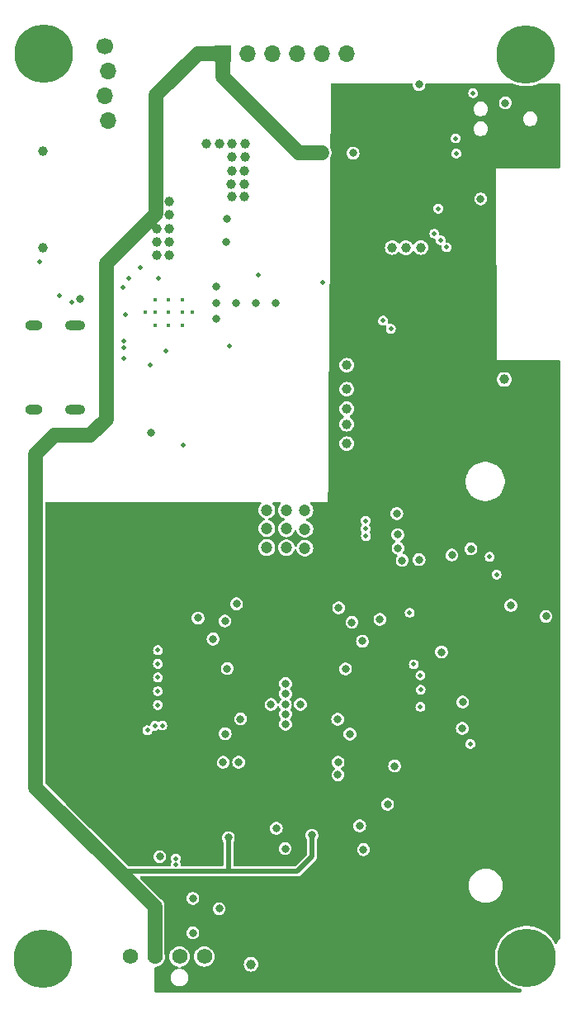
<source format=gbr>
%TF.GenerationSoftware,KiCad,Pcbnew,8.0.1*%
%TF.CreationDate,2024-06-21T14:23:06+08:00*%
%TF.ProjectId,bitaxeSupra,62697461-7865-4537-9570-72612e6b6963,rev?*%
%TF.SameCoordinates,Original*%
%TF.FileFunction,Copper,L3,Inr*%
%TF.FilePolarity,Positive*%
%FSLAX46Y46*%
G04 Gerber Fmt 4.6, Leading zero omitted, Abs format (unit mm)*
G04 Created by KiCad (PCBNEW 8.0.1) date 2024-06-21 14:23:06*
%MOMM*%
%LPD*%
G01*
G04 APERTURE LIST*
%TA.AperFunction,ComponentPad*%
%ADD10C,0.800000*%
%TD*%
%TA.AperFunction,ComponentPad*%
%ADD11C,6.000000*%
%TD*%
%TA.AperFunction,ComponentPad*%
%ADD12R,1.700000X1.700000*%
%TD*%
%TA.AperFunction,ComponentPad*%
%ADD13O,1.700000X1.700000*%
%TD*%
%TA.AperFunction,ComponentPad*%
%ADD14C,0.400000*%
%TD*%
%TA.AperFunction,ComponentPad*%
%ADD15C,1.574800*%
%TD*%
%TA.AperFunction,ComponentPad*%
%ADD16C,1.700000*%
%TD*%
%TA.AperFunction,ComponentPad*%
%ADD17O,1.800000X1.000000*%
%TD*%
%TA.AperFunction,ComponentPad*%
%ADD18O,2.100000X1.000000*%
%TD*%
%TA.AperFunction,ViaPad*%
%ADD19C,0.800000*%
%TD*%
%TA.AperFunction,ViaPad*%
%ADD20C,1.000000*%
%TD*%
%TA.AperFunction,ViaPad*%
%ADD21C,0.500000*%
%TD*%
%TA.AperFunction,ViaPad*%
%ADD22C,1.200000*%
%TD*%
%TA.AperFunction,Conductor*%
%ADD23C,1.500000*%
%TD*%
%TA.AperFunction,Conductor*%
%ADD24C,0.508000*%
%TD*%
G04 APERTURE END LIST*
D10*
%TO.N,GND*%
%TO.C,H1*%
X127985010Y-51120990D03*
X128644020Y-49530000D03*
X128644020Y-52711980D03*
X130235010Y-48870990D03*
D11*
X130235010Y-51120990D03*
D10*
X130235010Y-53370990D03*
X131826000Y-49530000D03*
X131826000Y-52711980D03*
X132485010Y-51120990D03*
%TD*%
%TO.N,GND*%
%TO.C,H3*%
X128052000Y-143728000D03*
X128711010Y-142137010D03*
X128711010Y-145318990D03*
X130302000Y-141478000D03*
D11*
X130302000Y-143728000D03*
D10*
X130302000Y-145978000D03*
X131892990Y-142137010D03*
X131892990Y-145318990D03*
X132552000Y-143728000D03*
%TD*%
D12*
%TO.N,/5V*%
%TO.C,J4*%
X99171505Y-51054000D03*
D13*
%TO.N,GND*%
X101711505Y-51054000D03*
%TO.N,Net-(J4-Pin_3)*%
X104251505Y-51054000D03*
%TO.N,Net-(J4-Pin_4)*%
X106791505Y-51054000D03*
%TO.N,Net-(J4-Pin_5)*%
X109331505Y-51054000D03*
%TO.N,Net-(J4-Pin_6)*%
X111871505Y-51054000D03*
%TD*%
D10*
%TO.N,GND*%
%TO.C,H4*%
X78455010Y-143830990D03*
X79114020Y-142240000D03*
X79114020Y-145421980D03*
X80705010Y-141580990D03*
D11*
X80705010Y-143830990D03*
D10*
X80705010Y-146080990D03*
X82296000Y-142240000D03*
X82296000Y-145421980D03*
X82955010Y-143830990D03*
%TD*%
%TO.N,GND*%
%TO.C,H2*%
X78558000Y-51054000D03*
X79217010Y-49463010D03*
X79217010Y-52644990D03*
X80808000Y-48804000D03*
D11*
X80808000Y-51054000D03*
D10*
X80808000Y-53304000D03*
X82398990Y-49463010D03*
X82398990Y-52644990D03*
X83058000Y-51054000D03*
%TD*%
D14*
%TO.N,GND*%
%TO.C,U2*%
X92180000Y-78870000D03*
X93580000Y-78870000D03*
X94980000Y-78870000D03*
X91180000Y-77590000D03*
X92180000Y-77590000D03*
X93580000Y-77590000D03*
X94980000Y-77590000D03*
X95980000Y-77590000D03*
X92180000Y-76310000D03*
X93580000Y-76310000D03*
X94980000Y-76310000D03*
%TD*%
D15*
%TO.N,GND*%
%TO.C,J6*%
X89621000Y-143622000D03*
%TO.N,/5V*%
X92161000Y-143622000D03*
%TO.N,/Fan/FAN_TACH*%
X94701000Y-143622000D03*
%TO.N,/Fan/FAN_PWM*%
X97241000Y-143622000D03*
%TD*%
D16*
%TO.N,GND*%
%TO.C,J3*%
X87005000Y-50292000D03*
D13*
%TO.N,/3V3*%
X87405000Y-52832000D03*
%TO.N,/SCL*%
X87005000Y-55372000D03*
%TO.N,/SDA*%
X87405000Y-57912000D03*
%TD*%
D17*
%TO.N,GND*%
%TO.C,J5*%
X79790000Y-87580000D03*
D18*
X83970000Y-87580000D03*
D17*
X79790000Y-78940000D03*
D18*
X83970000Y-78940000D03*
%TD*%
D19*
%TO.N,GND*%
X110930000Y-119290000D03*
X113580000Y-132650000D03*
X99600000Y-114090000D03*
X105580000Y-118749000D03*
D20*
X100043332Y-65740000D03*
D19*
X112180000Y-120800000D03*
D20*
X100093332Y-60280000D03*
D19*
X104640000Y-130470000D03*
X105540000Y-132550000D03*
D20*
X116540000Y-70920000D03*
X101416668Y-61640000D03*
D19*
X125600000Y-65940000D03*
X116770000Y-124080000D03*
X104088000Y-117780000D03*
D21*
X95080000Y-91220000D03*
D19*
X105556000Y-117786000D03*
D20*
X111860000Y-87470000D03*
D19*
X115260000Y-109040000D03*
X123750000Y-117530000D03*
D20*
X111860000Y-91040000D03*
D19*
X98450000Y-78230000D03*
X96070000Y-137650000D03*
X116050000Y-128010000D03*
D20*
X111860000Y-89030000D03*
D19*
X105580000Y-119790000D03*
X119270000Y-54220000D03*
X128130000Y-56090000D03*
D20*
X101370000Y-65740000D03*
D19*
X111730000Y-114130000D03*
D20*
X80680000Y-61050000D03*
X102050000Y-144400000D03*
D19*
X99550000Y-67970000D03*
X91790000Y-89910000D03*
X117090000Y-100360000D03*
D20*
X101356668Y-64450000D03*
D19*
X121580000Y-112400000D03*
D20*
X111860000Y-83000000D03*
X101420000Y-60280000D03*
D19*
X107100000Y-117750000D03*
X122640000Y-102460000D03*
X96070000Y-141200000D03*
D20*
X97440000Y-60280000D03*
D19*
X113180000Y-130220000D03*
D20*
X117910000Y-70950000D03*
D19*
X119280000Y-102930000D03*
X100965000Y-119265000D03*
D20*
X100050000Y-63040000D03*
X100030000Y-64450000D03*
D19*
X123710000Y-120230000D03*
X96600000Y-108920000D03*
X105580000Y-115626000D03*
X100490000Y-76620000D03*
X98460000Y-76630000D03*
X99490000Y-70390000D03*
X99390000Y-120780000D03*
D20*
X98766666Y-60280000D03*
D19*
X92680000Y-133370000D03*
X128690000Y-107620000D03*
X112512000Y-61250000D03*
X105580000Y-116667000D03*
X104560000Y-76600000D03*
D20*
X101376668Y-63040000D03*
X119454234Y-70914234D03*
X128020000Y-84450000D03*
X111860000Y-85460000D03*
D19*
X116990000Y-98200000D03*
D20*
X100090000Y-61640000D03*
D19*
X102570000Y-76600000D03*
X132297000Y-108743000D03*
X117550000Y-103000000D03*
X98460000Y-74920000D03*
D22*
%TO.N,/VDD*%
X103660000Y-97850000D03*
D21*
X120850000Y-69510000D03*
D22*
X103660000Y-99730000D03*
D19*
X84500000Y-76160000D03*
D22*
X107560000Y-97880000D03*
D21*
X99780000Y-81020000D03*
D22*
X105650000Y-101710000D03*
X103660000Y-101690000D03*
X105650000Y-99750000D03*
X107560000Y-101740000D03*
X105650000Y-97850000D03*
X107560000Y-99780000D03*
D21*
%TO.N,/ESP32/EN*%
X122101300Y-70905000D03*
X127228000Y-104448000D03*
D20*
%TO.N,/5V*%
X93620000Y-68975000D03*
X93620000Y-71720000D03*
X92330000Y-70347500D03*
D22*
X109280000Y-61185155D03*
D19*
X108290000Y-131179000D03*
D20*
X92330000Y-66230000D03*
X93620000Y-67602500D03*
X93620000Y-70347500D03*
X92330000Y-68975000D03*
D19*
X99710000Y-131420000D03*
D20*
X92330000Y-71720000D03*
X80680000Y-70950000D03*
X92330000Y-67602500D03*
D19*
X98770000Y-138720000D03*
D20*
X93620000Y-66230000D03*
D19*
%TO.N,/3V3*%
X129830000Y-56090000D03*
D20*
X126000000Y-84500000D03*
D19*
X123394000Y-86260000D03*
X112160000Y-74520000D03*
X95550000Y-135970000D03*
D22*
X111440000Y-55180000D03*
D19*
X122930000Y-99700000D03*
X118711400Y-59800000D03*
X127250000Y-107630000D03*
D20*
X115370000Y-61560000D03*
D19*
X95560000Y-126330000D03*
D21*
%TO.N,/TX*%
X116380000Y-79250000D03*
%TO.N,/RX*%
X115580000Y-78420000D03*
%TO.N,/RST*%
X121476817Y-70170000D03*
%TO.N,/SCL*%
X94317599Y-134229617D03*
X88970000Y-81220000D03*
%TO.N,Net-(U2-BP1V5)*%
X91690000Y-82980000D03*
X83660000Y-76570000D03*
%TO.N,/ESP32/P_TX*%
X123105000Y-61285000D03*
%TO.N,/ESP32/P_RX*%
X123040000Y-59730000D03*
%TO.N,/ESP32/IO0*%
X121244400Y-66945600D03*
X124830000Y-55100000D03*
X126520000Y-102640000D03*
%TO.N,Net-(U2-VDD5)*%
X92570000Y-74110000D03*
X102820000Y-73740000D03*
%TO.N,/Power/PGOOD*%
X89020000Y-82280000D03*
X109410000Y-74490000D03*
D19*
%TO.N,/BM1368/1V2*%
X110950000Y-124990000D03*
X124600000Y-101830000D03*
X117120000Y-101750000D03*
D21*
%TO.N,/SDA*%
X80390000Y-72370000D03*
X94340000Y-133580000D03*
X88990000Y-80510000D03*
X82390000Y-75900000D03*
D19*
%TO.N,Net-(U8-VDDIO_12_1)*%
X100770000Y-123700000D03*
%TO.N,Net-(U8-VDDIO_08_1)*%
X99180000Y-123710000D03*
D21*
%TO.N,Net-(U8-ROSC_SEL)*%
X119430000Y-116250000D03*
D19*
%TO.N,/BM1368/VDD3_0*%
X113470000Y-111290000D03*
%TO.N,/BM1368/VDD2_0*%
X112390000Y-109350000D03*
%TO.N,/BM1368/0V8*%
X110970000Y-123700000D03*
%TO.N,/BM1368/VDD1_0*%
X111030000Y-107870000D03*
%TO.N,/BM1368/VDD1_1*%
X100553800Y-107457400D03*
D21*
%TO.N,Net-(U8-LITE_PAD)*%
X119420000Y-118020000D03*
D19*
%TO.N,/BM1368/VDD2_1*%
X99360000Y-109210000D03*
%TO.N,/BM1368/VDD3_1*%
X98140000Y-111060000D03*
D21*
%TO.N,/BM1368/BI*%
X119420000Y-114790000D03*
%TO.N,Net-(U8-INV_CLKO)*%
X124540000Y-121820000D03*
%TO.N,/BM1368/CLKI*%
X118740000Y-113660000D03*
%TO.N,/BM1368/BO*%
X92480000Y-117815712D03*
%TO.N,/BM1368/CI*%
X113770000Y-99770000D03*
%TO.N,/BM1368/RO*%
X113830000Y-100500000D03*
X118320000Y-108370000D03*
%TO.N,/BM1368/RST_N*%
X113800000Y-98950000D03*
%TO.N,/BM1368/NRSTO*%
X92480000Y-112210000D03*
%TO.N,/BM1368/RI*%
X92480000Y-115012856D03*
%TO.N,/BM1368/CLKO*%
X92480000Y-116414284D03*
%TO.N,/BM1368/CO*%
X92480000Y-113611428D03*
%TO.N,/BM1368/PIN_MODE*%
X91400000Y-120430000D03*
%TO.N,/Fan/TEMP_N*%
X92180000Y-119960000D03*
%TO.N,/Fan/TEMP_P*%
X92940000Y-119930000D03*
%TO.N,/Power/AGND*%
X89530000Y-74090000D03*
X89170000Y-77830000D03*
X90680000Y-72940000D03*
X88930000Y-75050000D03*
%TO.N,/Power/PMB_ALRT*%
X93330000Y-81550000D03*
%TD*%
D23*
%TO.N,/5V*%
X92322400Y-63814606D02*
X92322400Y-67442400D01*
X92207000Y-143576000D02*
X92161000Y-143622000D01*
X79950000Y-92140000D02*
X81900000Y-90190000D01*
X92161000Y-143622000D02*
X92161000Y-138501000D01*
X87190000Y-72574800D02*
X92322400Y-67442400D01*
X88465000Y-134805000D02*
X79950000Y-126290000D01*
X79950000Y-126290000D02*
X79950000Y-92140000D01*
X81900000Y-90190000D02*
X85540000Y-90190000D01*
D24*
X108290000Y-133378216D02*
X108290000Y-131179000D01*
D23*
X92322400Y-55317600D02*
X96586000Y-51054000D01*
D24*
X106784599Y-134883617D02*
X108290000Y-133378216D01*
D23*
X106895155Y-61185155D02*
X99171505Y-53461505D01*
X85540000Y-90190000D02*
X87190000Y-88540000D01*
X109280000Y-61185155D02*
X106895155Y-61185155D01*
D24*
X88543617Y-134883617D02*
X106784599Y-134883617D01*
X88465000Y-134805000D02*
X88543617Y-134883617D01*
D23*
X92322400Y-58570000D02*
X92322400Y-55317600D01*
X99171505Y-53461505D02*
X99171505Y-51054000D01*
X92322400Y-63814606D02*
X92322400Y-58570000D01*
X92161000Y-138501000D02*
X88465000Y-134805000D01*
X96586000Y-51054000D02*
X99171505Y-51054000D01*
D24*
X99710000Y-131420000D02*
X99710000Y-134883617D01*
D23*
X87190000Y-88540000D02*
X87190000Y-72574800D01*
%TD*%
%TA.AperFunction,Conductor*%
%TO.N,/3V3*%
G36*
X118556260Y-54078002D02*
G01*
X118602753Y-54131658D01*
X118613220Y-54199189D01*
X118610693Y-54219998D01*
X118610693Y-54220003D01*
X118629849Y-54377779D01*
X118671202Y-54486814D01*
X118686213Y-54526395D01*
X118776502Y-54657201D01*
X118895471Y-54762599D01*
X118895472Y-54762599D01*
X118895474Y-54762601D01*
X118943992Y-54788065D01*
X119036207Y-54836463D01*
X119190529Y-54874500D01*
X119190530Y-54874500D01*
X119349470Y-54874500D01*
X119349471Y-54874500D01*
X119503793Y-54836463D01*
X119644529Y-54762599D01*
X119763498Y-54657201D01*
X119853787Y-54526395D01*
X119910149Y-54377782D01*
X119910149Y-54377781D01*
X119910150Y-54377779D01*
X119929307Y-54220003D01*
X119929307Y-54219998D01*
X119926780Y-54199189D01*
X119938424Y-54129154D01*
X119986084Y-54076532D01*
X120051861Y-54058000D01*
X128804664Y-54058000D01*
X128857570Y-54069646D01*
X129028614Y-54148780D01*
X129028626Y-54148785D01*
X129363060Y-54261469D01*
X129707717Y-54337334D01*
X130058556Y-54375490D01*
X130058564Y-54375490D01*
X130411456Y-54375490D01*
X130411464Y-54375490D01*
X130762303Y-54337334D01*
X131106960Y-54261469D01*
X131441394Y-54148785D01*
X131478414Y-54131658D01*
X131612450Y-54069646D01*
X131665356Y-54058000D01*
X133606000Y-54058000D01*
X133674121Y-54078002D01*
X133720614Y-54131658D01*
X133732000Y-54184000D01*
X133732000Y-62672096D01*
X133711998Y-62740217D01*
X133658342Y-62786710D01*
X133606621Y-62798094D01*
X127129999Y-62829999D01*
X127239999Y-82460000D01*
X127240000Y-82460000D01*
X133605387Y-82428835D01*
X133673601Y-82448502D01*
X133720356Y-82501929D01*
X133732000Y-82554832D01*
X133732000Y-141759470D01*
X133711998Y-141827591D01*
X133707193Y-141834543D01*
X133403080Y-142244469D01*
X133346429Y-142287260D01*
X133275636Y-142292631D01*
X133213177Y-142258875D01*
X133190564Y-142228415D01*
X133094739Y-142047670D01*
X133094737Y-142047666D01*
X132950236Y-141834543D01*
X132896690Y-141755568D01*
X132668223Y-141486595D01*
X132668222Y-141486594D01*
X132412027Y-141243912D01*
X132412012Y-141243899D01*
X132131070Y-141030333D01*
X132131064Y-141030329D01*
X131828674Y-140848387D01*
X131828668Y-140848384D01*
X131508395Y-140700209D01*
X131508383Y-140700204D01*
X131173959Y-140587524D01*
X131173958Y-140587523D01*
X131173950Y-140587521D01*
X131123836Y-140576490D01*
X130829305Y-140511658D01*
X130829281Y-140511654D01*
X130478461Y-140473500D01*
X130478454Y-140473500D01*
X130125546Y-140473500D01*
X130125538Y-140473500D01*
X129774718Y-140511654D01*
X129774694Y-140511658D01*
X129430054Y-140587520D01*
X129430040Y-140587524D01*
X129095616Y-140700204D01*
X129095604Y-140700209D01*
X128775331Y-140848384D01*
X128775324Y-140848388D01*
X128472935Y-141030329D01*
X128472929Y-141030333D01*
X128191987Y-141243899D01*
X128191972Y-141243912D01*
X127935777Y-141486594D01*
X127707308Y-141755570D01*
X127509262Y-142047666D01*
X127509260Y-142047670D01*
X127343957Y-142359466D01*
X127343953Y-142359475D01*
X127213332Y-142687308D01*
X127118918Y-143027355D01*
X127061826Y-143375609D01*
X127042720Y-143727996D01*
X127042720Y-143728003D01*
X127061826Y-144080390D01*
X127118918Y-144428644D01*
X127213332Y-144768691D01*
X127299926Y-144986026D01*
X127343958Y-145096536D01*
X127367126Y-145140235D01*
X127509260Y-145408329D01*
X127509262Y-145408333D01*
X127584978Y-145520006D01*
X127707310Y-145700432D01*
X127935777Y-145969405D01*
X128191972Y-146212087D01*
X128191987Y-146212100D01*
X128472934Y-146425670D01*
X128775326Y-146607613D01*
X128857609Y-146645681D01*
X129095604Y-146755790D01*
X129095616Y-146755795D01*
X129430050Y-146868479D01*
X129684817Y-146924557D01*
X129706434Y-146929316D01*
X129768662Y-146963494D01*
X129802533Y-147025890D01*
X129797294Y-147096693D01*
X129780541Y-147127441D01*
X129702175Y-147233073D01*
X129645527Y-147275864D01*
X129600984Y-147284000D01*
X92284774Y-147284000D01*
X92216653Y-147263998D01*
X92170160Y-147210342D01*
X92158775Y-147158415D01*
X92158654Y-147121776D01*
X92150949Y-144784541D01*
X92170725Y-144716359D01*
X92224227Y-144669690D01*
X92264596Y-144658737D01*
X92325226Y-144652765D01*
X92365240Y-144648825D01*
X92365241Y-144648824D01*
X92365248Y-144648824D01*
X92561647Y-144589247D01*
X92742649Y-144492500D01*
X92901299Y-144362299D01*
X93031500Y-144203649D01*
X93128247Y-144022647D01*
X93187824Y-143826248D01*
X93193518Y-143768426D01*
X93195325Y-143756247D01*
X93211500Y-143674935D01*
X93211500Y-143622002D01*
X93654059Y-143622002D01*
X93674174Y-143826241D01*
X93674175Y-143826247D01*
X93674176Y-143826248D01*
X93733753Y-144022647D01*
X93830500Y-144203649D01*
X93960701Y-144362299D01*
X94119351Y-144492500D01*
X94300353Y-144589247D01*
X94496752Y-144648824D01*
X94496756Y-144648824D01*
X94496758Y-144648825D01*
X94518950Y-144651011D01*
X94584782Y-144677593D01*
X94625792Y-144735548D01*
X94628959Y-144806474D01*
X94593278Y-144867853D01*
X94531182Y-144899983D01*
X94439004Y-144918318D01*
X94438999Y-144918320D01*
X94275543Y-144986026D01*
X94128431Y-145084323D01*
X94128425Y-145084328D01*
X94003327Y-145209426D01*
X94003322Y-145209432D01*
X93905025Y-145356544D01*
X93837319Y-145520000D01*
X93837317Y-145520005D01*
X93802800Y-145693533D01*
X93802800Y-145693536D01*
X93802800Y-145870466D01*
X93837317Y-146043996D01*
X93905025Y-146207458D01*
X93908127Y-146212100D01*
X94003322Y-146354569D01*
X94003327Y-146354575D01*
X94128425Y-146479673D01*
X94128431Y-146479678D01*
X94275543Y-146577976D01*
X94439005Y-146645684D01*
X94612535Y-146680201D01*
X94612536Y-146680201D01*
X94789464Y-146680201D01*
X94789465Y-146680201D01*
X94962995Y-146645684D01*
X95126457Y-146577976D01*
X95273569Y-146479678D01*
X95398677Y-146354570D01*
X95496975Y-146207458D01*
X95564683Y-146043996D01*
X95599200Y-145870466D01*
X95599200Y-145693536D01*
X95564683Y-145520006D01*
X95496975Y-145356544D01*
X95398677Y-145209432D01*
X95398672Y-145209426D01*
X95273574Y-145084328D01*
X95273568Y-145084323D01*
X95224754Y-145051706D01*
X95126457Y-144986026D01*
X94962995Y-144918318D01*
X94870816Y-144899982D01*
X94807908Y-144867075D01*
X94772776Y-144805380D01*
X94776576Y-144734485D01*
X94818102Y-144676899D01*
X94883049Y-144651011D01*
X94905241Y-144648825D01*
X94905242Y-144648824D01*
X94905248Y-144648824D01*
X95101647Y-144589247D01*
X95282649Y-144492500D01*
X95441299Y-144362299D01*
X95571500Y-144203649D01*
X95668247Y-144022647D01*
X95727824Y-143826248D01*
X95729782Y-143806376D01*
X95747941Y-143622002D01*
X96194059Y-143622002D01*
X96214174Y-143826241D01*
X96214175Y-143826247D01*
X96214176Y-143826248D01*
X96273753Y-144022647D01*
X96370500Y-144203649D01*
X96500701Y-144362299D01*
X96659351Y-144492500D01*
X96840353Y-144589247D01*
X97036752Y-144648824D01*
X97036756Y-144648824D01*
X97036758Y-144648825D01*
X97240997Y-144668941D01*
X97241000Y-144668941D01*
X97241003Y-144668941D01*
X97445241Y-144648825D01*
X97445242Y-144648824D01*
X97445248Y-144648824D01*
X97641647Y-144589247D01*
X97822649Y-144492500D01*
X97935360Y-144400000D01*
X101290726Y-144400000D01*
X101309763Y-144568954D01*
X101316864Y-144589247D01*
X101365918Y-144729437D01*
X101365919Y-144729439D01*
X101456375Y-144873399D01*
X101456377Y-144873402D01*
X101576597Y-144993622D01*
X101576600Y-144993624D01*
X101720563Y-145084082D01*
X101881046Y-145140237D01*
X102050000Y-145159274D01*
X102218954Y-145140237D01*
X102379437Y-145084082D01*
X102523400Y-144993624D01*
X102643624Y-144873400D01*
X102734082Y-144729437D01*
X102790237Y-144568954D01*
X102809274Y-144400000D01*
X102790237Y-144231046D01*
X102734082Y-144070563D01*
X102643624Y-143926600D01*
X102643622Y-143926597D01*
X102523402Y-143806377D01*
X102523399Y-143806375D01*
X102379439Y-143715919D01*
X102379437Y-143715918D01*
X102262299Y-143674930D01*
X102218954Y-143659763D01*
X102050000Y-143640726D01*
X101881046Y-143659763D01*
X101881043Y-143659763D01*
X101881043Y-143659764D01*
X101720562Y-143715918D01*
X101720560Y-143715919D01*
X101576600Y-143806375D01*
X101576597Y-143806377D01*
X101456377Y-143926597D01*
X101456375Y-143926600D01*
X101365919Y-144070560D01*
X101365918Y-144070562D01*
X101309764Y-144231043D01*
X101309763Y-144231046D01*
X101290726Y-144400000D01*
X97935360Y-144400000D01*
X97981299Y-144362299D01*
X98111500Y-144203649D01*
X98208247Y-144022647D01*
X98267824Y-143826248D01*
X98269782Y-143806376D01*
X98287941Y-143622002D01*
X98287941Y-143621997D01*
X98267825Y-143417758D01*
X98267824Y-143417756D01*
X98267824Y-143417752D01*
X98208247Y-143221353D01*
X98111500Y-143040351D01*
X97981299Y-142881701D01*
X97822649Y-142751500D01*
X97641647Y-142654753D01*
X97445248Y-142595176D01*
X97445247Y-142595175D01*
X97445241Y-142595174D01*
X97241003Y-142575059D01*
X97240997Y-142575059D01*
X97036758Y-142595174D01*
X96840352Y-142654753D01*
X96659350Y-142751500D01*
X96500701Y-142881701D01*
X96370500Y-143040350D01*
X96273753Y-143221352D01*
X96214174Y-143417758D01*
X96194059Y-143621997D01*
X96194059Y-143622002D01*
X95747941Y-143622002D01*
X95747941Y-143621997D01*
X95727825Y-143417758D01*
X95727824Y-143417756D01*
X95727824Y-143417752D01*
X95668247Y-143221353D01*
X95571500Y-143040351D01*
X95441299Y-142881701D01*
X95282649Y-142751500D01*
X95101647Y-142654753D01*
X94905248Y-142595176D01*
X94905247Y-142595175D01*
X94905241Y-142595174D01*
X94701003Y-142575059D01*
X94700997Y-142575059D01*
X94496758Y-142595174D01*
X94300352Y-142654753D01*
X94119350Y-142751500D01*
X93960701Y-142881701D01*
X93830500Y-143040350D01*
X93733753Y-143221352D01*
X93674174Y-143417758D01*
X93654059Y-143621997D01*
X93654059Y-143622002D01*
X93211500Y-143622002D01*
X93211500Y-143477065D01*
X93172897Y-143282998D01*
X93172894Y-143282991D01*
X93171099Y-143277071D01*
X93172751Y-143276569D01*
X93165500Y-143240076D01*
X93165500Y-141200003D01*
X95410693Y-141200003D01*
X95429849Y-141357779D01*
X95478447Y-141485919D01*
X95486213Y-141506395D01*
X95576502Y-141637201D01*
X95695471Y-141742599D01*
X95695472Y-141742599D01*
X95695474Y-141742601D01*
X95720181Y-141755568D01*
X95836207Y-141816463D01*
X95990529Y-141854500D01*
X95990530Y-141854500D01*
X96149470Y-141854500D01*
X96149471Y-141854500D01*
X96303793Y-141816463D01*
X96444529Y-141742599D01*
X96563498Y-141637201D01*
X96653787Y-141506395D01*
X96710149Y-141357782D01*
X96710149Y-141357781D01*
X96710150Y-141357779D01*
X96729307Y-141200003D01*
X96729307Y-141199996D01*
X96710150Y-141042220D01*
X96675697Y-140951377D01*
X96653787Y-140893605D01*
X96563498Y-140762799D01*
X96444529Y-140657401D01*
X96444528Y-140657400D01*
X96444525Y-140657398D01*
X96303797Y-140583539D01*
X96303795Y-140583538D01*
X96303793Y-140583537D01*
X96303791Y-140583536D01*
X96303790Y-140583536D01*
X96149472Y-140545500D01*
X96149471Y-140545500D01*
X95990529Y-140545500D01*
X95990527Y-140545500D01*
X95836209Y-140583536D01*
X95836202Y-140583539D01*
X95695474Y-140657398D01*
X95695469Y-140657402D01*
X95576501Y-140762800D01*
X95486215Y-140893601D01*
X95486212Y-140893607D01*
X95429849Y-141042220D01*
X95410693Y-141199996D01*
X95410693Y-141200003D01*
X93165500Y-141200003D01*
X93165500Y-138720003D01*
X98110693Y-138720003D01*
X98129849Y-138877779D01*
X98178447Y-139005919D01*
X98186213Y-139026395D01*
X98276502Y-139157201D01*
X98395471Y-139262599D01*
X98395472Y-139262599D01*
X98395474Y-139262601D01*
X98470200Y-139301820D01*
X98536207Y-139336463D01*
X98690529Y-139374500D01*
X98690530Y-139374500D01*
X98849470Y-139374500D01*
X98849471Y-139374500D01*
X99003793Y-139336463D01*
X99144529Y-139262599D01*
X99263498Y-139157201D01*
X99353787Y-139026395D01*
X99410149Y-138877782D01*
X99410149Y-138877781D01*
X99410150Y-138877779D01*
X99429307Y-138720003D01*
X99429307Y-138719996D01*
X99410150Y-138562220D01*
X99396538Y-138526331D01*
X99353787Y-138413605D01*
X99263498Y-138282799D01*
X99144529Y-138177401D01*
X99144528Y-138177400D01*
X99144525Y-138177398D01*
X99003797Y-138103539D01*
X99003795Y-138103538D01*
X99003793Y-138103537D01*
X99003791Y-138103536D01*
X99003790Y-138103536D01*
X98849472Y-138065500D01*
X98849471Y-138065500D01*
X98690529Y-138065500D01*
X98690527Y-138065500D01*
X98536209Y-138103536D01*
X98536202Y-138103539D01*
X98395474Y-138177398D01*
X98395469Y-138177402D01*
X98276501Y-138282800D01*
X98186215Y-138413601D01*
X98186212Y-138413607D01*
X98129849Y-138562220D01*
X98110693Y-138719996D01*
X98110693Y-138720003D01*
X93165500Y-138720003D01*
X93165500Y-138402064D01*
X93165499Y-138402061D01*
X93150423Y-138326270D01*
X93126897Y-138207998D01*
X93051176Y-138025191D01*
X92941246Y-137860669D01*
X92801331Y-137720754D01*
X92730580Y-137650003D01*
X95410693Y-137650003D01*
X95429849Y-137807779D01*
X95473678Y-137923344D01*
X95486213Y-137956395D01*
X95576502Y-138087201D01*
X95695471Y-138192599D01*
X95695472Y-138192599D01*
X95695474Y-138192601D01*
X95724809Y-138207997D01*
X95836207Y-138266463D01*
X95990529Y-138304500D01*
X95990530Y-138304500D01*
X96149470Y-138304500D01*
X96149471Y-138304500D01*
X96303793Y-138266463D01*
X96444529Y-138192599D01*
X96563498Y-138087201D01*
X96653787Y-137956395D01*
X96710149Y-137807782D01*
X96710149Y-137807781D01*
X96710150Y-137807779D01*
X96729307Y-137650003D01*
X96729307Y-137649996D01*
X96710150Y-137492220D01*
X96696538Y-137456331D01*
X96653787Y-137343605D01*
X96563498Y-137212799D01*
X96444529Y-137107401D01*
X96444528Y-137107400D01*
X96444525Y-137107398D01*
X96303797Y-137033539D01*
X96303795Y-137033538D01*
X96303793Y-137033537D01*
X96303791Y-137033536D01*
X96303790Y-137033536D01*
X96149472Y-136995500D01*
X96149471Y-136995500D01*
X95990529Y-136995500D01*
X95990527Y-136995500D01*
X95836209Y-137033536D01*
X95836202Y-137033539D01*
X95695474Y-137107398D01*
X95695469Y-137107402D01*
X95576501Y-137212800D01*
X95486215Y-137343601D01*
X95486212Y-137343607D01*
X95429849Y-137492220D01*
X95410693Y-137649996D01*
X95410693Y-137650003D01*
X92730580Y-137650003D01*
X91545313Y-136464736D01*
X124379500Y-136464736D01*
X124409450Y-136692231D01*
X124409452Y-136692238D01*
X124468842Y-136913887D01*
X124556656Y-137125888D01*
X124556657Y-137125889D01*
X124556662Y-137125900D01*
X124671386Y-137324608D01*
X124671391Y-137324615D01*
X124811073Y-137506652D01*
X124811092Y-137506673D01*
X124973326Y-137668907D01*
X124973347Y-137668926D01*
X125155384Y-137808608D01*
X125155391Y-137808613D01*
X125354099Y-137923337D01*
X125354103Y-137923338D01*
X125354112Y-137923344D01*
X125566113Y-138011158D01*
X125787762Y-138070548D01*
X125787766Y-138070548D01*
X125787768Y-138070549D01*
X125846398Y-138078267D01*
X126015266Y-138100500D01*
X126015273Y-138100500D01*
X126244727Y-138100500D01*
X126244734Y-138100500D01*
X126450345Y-138073430D01*
X126472231Y-138070549D01*
X126472231Y-138070548D01*
X126472238Y-138070548D01*
X126693887Y-138011158D01*
X126905888Y-137923344D01*
X127104612Y-137808611D01*
X127286661Y-137668919D01*
X127448919Y-137506661D01*
X127588611Y-137324612D01*
X127703344Y-137125888D01*
X127791158Y-136913887D01*
X127850548Y-136692238D01*
X127880500Y-136464734D01*
X127880500Y-136235266D01*
X127850548Y-136007762D01*
X127791158Y-135786113D01*
X127703344Y-135574112D01*
X127703338Y-135574103D01*
X127703337Y-135574099D01*
X127588613Y-135375391D01*
X127588608Y-135375384D01*
X127448926Y-135193347D01*
X127448907Y-135193326D01*
X127286673Y-135031092D01*
X127286652Y-135031073D01*
X127104615Y-134891391D01*
X127104608Y-134891386D01*
X126905900Y-134776662D01*
X126905892Y-134776658D01*
X126905888Y-134776656D01*
X126693887Y-134688842D01*
X126472238Y-134629452D01*
X126472231Y-134629450D01*
X126244736Y-134599500D01*
X126244734Y-134599500D01*
X126015266Y-134599500D01*
X126015263Y-134599500D01*
X125787768Y-134629450D01*
X125566113Y-134688842D01*
X125354110Y-134776657D01*
X125354099Y-134776662D01*
X125155391Y-134891386D01*
X125155384Y-134891391D01*
X124973347Y-135031073D01*
X124973326Y-135031092D01*
X124811092Y-135193326D01*
X124811073Y-135193347D01*
X124671391Y-135375384D01*
X124671386Y-135375391D01*
X124556662Y-135574099D01*
X124556657Y-135574110D01*
X124556656Y-135574112D01*
X124498057Y-135715581D01*
X124468842Y-135786113D01*
X124409450Y-136007768D01*
X124379500Y-136235263D01*
X124379500Y-136464736D01*
X91545313Y-136464736D01*
X90687789Y-135607212D01*
X90653763Y-135544900D01*
X90658828Y-135474085D01*
X90701375Y-135417249D01*
X90767895Y-135392438D01*
X90776884Y-135392117D01*
X106851542Y-135392117D01*
X106851544Y-135392117D01*
X106980873Y-135357464D01*
X107096826Y-135290518D01*
X108696901Y-133690442D01*
X108738583Y-133618248D01*
X108763847Y-133574490D01*
X108798500Y-133445161D01*
X108798500Y-132650003D01*
X112920693Y-132650003D01*
X112939849Y-132807779D01*
X112988447Y-132935919D01*
X112996213Y-132956395D01*
X113086502Y-133087201D01*
X113205471Y-133192599D01*
X113205472Y-133192599D01*
X113205474Y-133192601D01*
X113280200Y-133231820D01*
X113346207Y-133266463D01*
X113500529Y-133304500D01*
X113500530Y-133304500D01*
X113659470Y-133304500D01*
X113659471Y-133304500D01*
X113813793Y-133266463D01*
X113954529Y-133192599D01*
X114073498Y-133087201D01*
X114163787Y-132956395D01*
X114220149Y-132807782D01*
X114220149Y-132807781D01*
X114220150Y-132807779D01*
X114239307Y-132650003D01*
X114239307Y-132649996D01*
X114220150Y-132492220D01*
X114182224Y-132392220D01*
X114163787Y-132343605D01*
X114073498Y-132212799D01*
X113954529Y-132107401D01*
X113954528Y-132107400D01*
X113954525Y-132107398D01*
X113813797Y-132033539D01*
X113813795Y-132033538D01*
X113813793Y-132033537D01*
X113813791Y-132033536D01*
X113813790Y-132033536D01*
X113659472Y-131995500D01*
X113659471Y-131995500D01*
X113500529Y-131995500D01*
X113500527Y-131995500D01*
X113346209Y-132033536D01*
X113346202Y-132033539D01*
X113205474Y-132107398D01*
X113205469Y-132107402D01*
X113086501Y-132212800D01*
X112996215Y-132343601D01*
X112996212Y-132343607D01*
X112939849Y-132492220D01*
X112920693Y-132649996D01*
X112920693Y-132650003D01*
X108798500Y-132650003D01*
X108798500Y-131633729D01*
X108818502Y-131565608D01*
X108820777Y-131562191D01*
X108873787Y-131485395D01*
X108930149Y-131336782D01*
X108930149Y-131336781D01*
X108930150Y-131336779D01*
X108949307Y-131179003D01*
X108949307Y-131178996D01*
X108930150Y-131021220D01*
X108915578Y-130982799D01*
X108873787Y-130872605D01*
X108783498Y-130741799D01*
X108664529Y-130636401D01*
X108664528Y-130636400D01*
X108664525Y-130636398D01*
X108523797Y-130562539D01*
X108523795Y-130562538D01*
X108523793Y-130562537D01*
X108523791Y-130562536D01*
X108523790Y-130562536D01*
X108369472Y-130524500D01*
X108369471Y-130524500D01*
X108210529Y-130524500D01*
X108210527Y-130524500D01*
X108056209Y-130562536D01*
X108056202Y-130562539D01*
X107915474Y-130636398D01*
X107915469Y-130636402D01*
X107796501Y-130741800D01*
X107706215Y-130872601D01*
X107706212Y-130872607D01*
X107649849Y-131021220D01*
X107630693Y-131178996D01*
X107630693Y-131179003D01*
X107649849Y-131336779D01*
X107681413Y-131420003D01*
X107706213Y-131485395D01*
X107759196Y-131562154D01*
X107781432Y-131629577D01*
X107781500Y-131633729D01*
X107781500Y-133115398D01*
X107761498Y-133183519D01*
X107744595Y-133204493D01*
X106610876Y-134338212D01*
X106548564Y-134372238D01*
X106521781Y-134375117D01*
X100344500Y-134375117D01*
X100276379Y-134355115D01*
X100229886Y-134301459D01*
X100218500Y-134249117D01*
X100218500Y-132550003D01*
X104880693Y-132550003D01*
X104899849Y-132707779D01*
X104937775Y-132807779D01*
X104956213Y-132856395D01*
X105046502Y-132987201D01*
X105165471Y-133092599D01*
X105165472Y-133092599D01*
X105165474Y-133092601D01*
X105240200Y-133131820D01*
X105306207Y-133166463D01*
X105460529Y-133204500D01*
X105460530Y-133204500D01*
X105619470Y-133204500D01*
X105619471Y-133204500D01*
X105773793Y-133166463D01*
X105914529Y-133092599D01*
X106033498Y-132987201D01*
X106123787Y-132856395D01*
X106180149Y-132707782D01*
X106180149Y-132707781D01*
X106180150Y-132707779D01*
X106199307Y-132550003D01*
X106199307Y-132549996D01*
X106180150Y-132392220D01*
X106161711Y-132343601D01*
X106123787Y-132243605D01*
X106033498Y-132112799D01*
X105914529Y-132007401D01*
X105914528Y-132007400D01*
X105914525Y-132007398D01*
X105773797Y-131933539D01*
X105773795Y-131933538D01*
X105773793Y-131933537D01*
X105773791Y-131933536D01*
X105773790Y-131933536D01*
X105619472Y-131895500D01*
X105619471Y-131895500D01*
X105460529Y-131895500D01*
X105460527Y-131895500D01*
X105306209Y-131933536D01*
X105306202Y-131933539D01*
X105165474Y-132007398D01*
X105165469Y-132007402D01*
X105135967Y-132033539D01*
X105052599Y-132107398D01*
X105046501Y-132112800D01*
X104956215Y-132243601D01*
X104956212Y-132243607D01*
X104899849Y-132392220D01*
X104880693Y-132549996D01*
X104880693Y-132550003D01*
X100218500Y-132550003D01*
X100218500Y-131874729D01*
X100238502Y-131806608D01*
X100240777Y-131803191D01*
X100293787Y-131726395D01*
X100350149Y-131577782D01*
X100350149Y-131577781D01*
X100350150Y-131577779D01*
X100369307Y-131420003D01*
X100369307Y-131419996D01*
X100350150Y-131262220D01*
X100318588Y-131179000D01*
X100293787Y-131113605D01*
X100203498Y-130982799D01*
X100084529Y-130877401D01*
X100084528Y-130877400D01*
X100084525Y-130877398D01*
X99943797Y-130803539D01*
X99943795Y-130803538D01*
X99943793Y-130803537D01*
X99943791Y-130803536D01*
X99943790Y-130803536D01*
X99789472Y-130765500D01*
X99789471Y-130765500D01*
X99630529Y-130765500D01*
X99630527Y-130765500D01*
X99476209Y-130803536D01*
X99476202Y-130803539D01*
X99335474Y-130877398D01*
X99335469Y-130877402D01*
X99216501Y-130982800D01*
X99126215Y-131113601D01*
X99126212Y-131113607D01*
X99069849Y-131262220D01*
X99050693Y-131419996D01*
X99050693Y-131420003D01*
X99069849Y-131577779D01*
X99076178Y-131594466D01*
X99126213Y-131726395D01*
X99179196Y-131803154D01*
X99201432Y-131870577D01*
X99201500Y-131874729D01*
X99201500Y-134249117D01*
X99181498Y-134317238D01*
X99127842Y-134363731D01*
X99075500Y-134375117D01*
X94951779Y-134375117D01*
X94883658Y-134355115D01*
X94837165Y-134301459D01*
X94828131Y-134238629D01*
X94827287Y-134238629D01*
X94827287Y-134232756D01*
X94827061Y-134231186D01*
X94827287Y-134229617D01*
X94806641Y-134086021D01*
X94757964Y-133979435D01*
X94747862Y-133909162D01*
X94766587Y-133858964D01*
X94768770Y-133855565D01*
X94768777Y-133855558D01*
X94829042Y-133723596D01*
X94849688Y-133580000D01*
X94829042Y-133436404D01*
X94768777Y-133304442D01*
X94673775Y-133194804D01*
X94673774Y-133194803D01*
X94612753Y-133155587D01*
X94551732Y-133116371D01*
X94551731Y-133116370D01*
X94551730Y-133116370D01*
X94412536Y-133075500D01*
X94267464Y-133075500D01*
X94128269Y-133116370D01*
X94128266Y-133116372D01*
X94006225Y-133194803D01*
X93911223Y-133304441D01*
X93850958Y-133436403D01*
X93830312Y-133580000D01*
X93850958Y-133723596D01*
X93899633Y-133830180D01*
X93909736Y-133900454D01*
X93891021Y-133950636D01*
X93888825Y-133954053D01*
X93828557Y-134086020D01*
X93807911Y-134229620D01*
X93808136Y-134231185D01*
X93807911Y-134232750D01*
X93807911Y-134238629D01*
X93807066Y-134238629D01*
X93798033Y-134301459D01*
X93751540Y-134355115D01*
X93683420Y-134375117D01*
X89507884Y-134375117D01*
X89439763Y-134355115D01*
X89418789Y-134338212D01*
X88450580Y-133370003D01*
X92020693Y-133370003D01*
X92039849Y-133527779D01*
X92088447Y-133655919D01*
X92096213Y-133676395D01*
X92186502Y-133807201D01*
X92305471Y-133912599D01*
X92305472Y-133912599D01*
X92305474Y-133912601D01*
X92377944Y-133950636D01*
X92446207Y-133986463D01*
X92600529Y-134024500D01*
X92600530Y-134024500D01*
X92759470Y-134024500D01*
X92759471Y-134024500D01*
X92913793Y-133986463D01*
X93054529Y-133912599D01*
X93173498Y-133807201D01*
X93263787Y-133676395D01*
X93320149Y-133527782D01*
X93320149Y-133527781D01*
X93320150Y-133527779D01*
X93339307Y-133370003D01*
X93339307Y-133369996D01*
X93320150Y-133212220D01*
X93283799Y-133116372D01*
X93263787Y-133063605D01*
X93173498Y-132932799D01*
X93054529Y-132827401D01*
X93054528Y-132827400D01*
X93054525Y-132827398D01*
X92913797Y-132753539D01*
X92913795Y-132753538D01*
X92913793Y-132753537D01*
X92913791Y-132753536D01*
X92913790Y-132753536D01*
X92759472Y-132715500D01*
X92759471Y-132715500D01*
X92600529Y-132715500D01*
X92600527Y-132715500D01*
X92446209Y-132753536D01*
X92446202Y-132753539D01*
X92305474Y-132827398D01*
X92305469Y-132827402D01*
X92186501Y-132932800D01*
X92096215Y-133063601D01*
X92096212Y-133063607D01*
X92039849Y-133212220D01*
X92020693Y-133369996D01*
X92020693Y-133370003D01*
X88450580Y-133370003D01*
X85550580Y-130470003D01*
X103980693Y-130470003D01*
X103999849Y-130627779D01*
X104011008Y-130657201D01*
X104056213Y-130776395D01*
X104146502Y-130907201D01*
X104265471Y-131012599D01*
X104265472Y-131012599D01*
X104265474Y-131012601D01*
X104340200Y-131051820D01*
X104406207Y-131086463D01*
X104560529Y-131124500D01*
X104560530Y-131124500D01*
X104719470Y-131124500D01*
X104719471Y-131124500D01*
X104873793Y-131086463D01*
X105014529Y-131012599D01*
X105133498Y-130907201D01*
X105223787Y-130776395D01*
X105280149Y-130627782D01*
X105280149Y-130627781D01*
X105280150Y-130627779D01*
X105299307Y-130470003D01*
X105299307Y-130469996D01*
X105280150Y-130312220D01*
X105245176Y-130220003D01*
X112520693Y-130220003D01*
X112539849Y-130377779D01*
X112574823Y-130469996D01*
X112596213Y-130526395D01*
X112686502Y-130657201D01*
X112805471Y-130762599D01*
X112805472Y-130762599D01*
X112805474Y-130762601D01*
X112880200Y-130801820D01*
X112946207Y-130836463D01*
X113100529Y-130874500D01*
X113100530Y-130874500D01*
X113259470Y-130874500D01*
X113259471Y-130874500D01*
X113413793Y-130836463D01*
X113554529Y-130762599D01*
X113673498Y-130657201D01*
X113763787Y-130526395D01*
X113820149Y-130377782D01*
X113820149Y-130377781D01*
X113820150Y-130377779D01*
X113839307Y-130220003D01*
X113839307Y-130219996D01*
X113820150Y-130062220D01*
X113806538Y-130026331D01*
X113763787Y-129913605D01*
X113673498Y-129782799D01*
X113554529Y-129677401D01*
X113554528Y-129677400D01*
X113554525Y-129677398D01*
X113413797Y-129603539D01*
X113413795Y-129603538D01*
X113413793Y-129603537D01*
X113413791Y-129603536D01*
X113413790Y-129603536D01*
X113259472Y-129565500D01*
X113259471Y-129565500D01*
X113100529Y-129565500D01*
X113100527Y-129565500D01*
X112946209Y-129603536D01*
X112946202Y-129603539D01*
X112805474Y-129677398D01*
X112805469Y-129677402D01*
X112686501Y-129782800D01*
X112596215Y-129913601D01*
X112596212Y-129913607D01*
X112539849Y-130062220D01*
X112520693Y-130219996D01*
X112520693Y-130220003D01*
X105245176Y-130220003D01*
X105245173Y-130219996D01*
X105223787Y-130163605D01*
X105133498Y-130032799D01*
X105014529Y-129927401D01*
X105014528Y-129927400D01*
X105014525Y-129927398D01*
X104873797Y-129853539D01*
X104873795Y-129853538D01*
X104873793Y-129853537D01*
X104873791Y-129853536D01*
X104873790Y-129853536D01*
X104719472Y-129815500D01*
X104719471Y-129815500D01*
X104560529Y-129815500D01*
X104560527Y-129815500D01*
X104406209Y-129853536D01*
X104406202Y-129853539D01*
X104265474Y-129927398D01*
X104265469Y-129927402D01*
X104146501Y-130032800D01*
X104056215Y-130163601D01*
X104056212Y-130163607D01*
X103999849Y-130312220D01*
X103980693Y-130469996D01*
X103980693Y-130470003D01*
X85550580Y-130470003D01*
X83090580Y-128010003D01*
X115390693Y-128010003D01*
X115409849Y-128167779D01*
X115458447Y-128295919D01*
X115466213Y-128316395D01*
X115556502Y-128447201D01*
X115675471Y-128552599D01*
X115675472Y-128552599D01*
X115675474Y-128552601D01*
X115750200Y-128591820D01*
X115816207Y-128626463D01*
X115970529Y-128664500D01*
X115970530Y-128664500D01*
X116129470Y-128664500D01*
X116129471Y-128664500D01*
X116283793Y-128626463D01*
X116424529Y-128552599D01*
X116543498Y-128447201D01*
X116633787Y-128316395D01*
X116690149Y-128167782D01*
X116690149Y-128167781D01*
X116690150Y-128167779D01*
X116709307Y-128010003D01*
X116709307Y-128009996D01*
X116690150Y-127852220D01*
X116676538Y-127816331D01*
X116633787Y-127703605D01*
X116543498Y-127572799D01*
X116424529Y-127467401D01*
X116424528Y-127467400D01*
X116424525Y-127467398D01*
X116283797Y-127393539D01*
X116283795Y-127393538D01*
X116283793Y-127393537D01*
X116283791Y-127393536D01*
X116283790Y-127393536D01*
X116129472Y-127355500D01*
X116129471Y-127355500D01*
X115970529Y-127355500D01*
X115970527Y-127355500D01*
X115816209Y-127393536D01*
X115816202Y-127393539D01*
X115675474Y-127467398D01*
X115675469Y-127467402D01*
X115556501Y-127572800D01*
X115466215Y-127703601D01*
X115466212Y-127703607D01*
X115409849Y-127852220D01*
X115390693Y-128009996D01*
X115390693Y-128010003D01*
X83090580Y-128010003D01*
X80991405Y-125910828D01*
X80957379Y-125848516D01*
X80954500Y-125821733D01*
X80954500Y-124990003D01*
X110290693Y-124990003D01*
X110309849Y-125147779D01*
X110312544Y-125154884D01*
X110366213Y-125296395D01*
X110456502Y-125427201D01*
X110575471Y-125532599D01*
X110575472Y-125532599D01*
X110575474Y-125532601D01*
X110650200Y-125571820D01*
X110716207Y-125606463D01*
X110870529Y-125644500D01*
X110870530Y-125644500D01*
X111029470Y-125644500D01*
X111029471Y-125644500D01*
X111183793Y-125606463D01*
X111324529Y-125532599D01*
X111443498Y-125427201D01*
X111533787Y-125296395D01*
X111590149Y-125147782D01*
X111590149Y-125147781D01*
X111590150Y-125147779D01*
X111609307Y-124990003D01*
X111609307Y-124989996D01*
X111590150Y-124832220D01*
X111553089Y-124734500D01*
X111533787Y-124683605D01*
X111443498Y-124552799D01*
X111324529Y-124447401D01*
X111323432Y-124446429D01*
X111285707Y-124386284D01*
X111286487Y-124315292D01*
X111325525Y-124255991D01*
X111338485Y-124247256D01*
X111338258Y-124246927D01*
X111344521Y-124242603D01*
X111344529Y-124242599D01*
X111463498Y-124137201D01*
X111502979Y-124080003D01*
X116110693Y-124080003D01*
X116129849Y-124237779D01*
X116169579Y-124342535D01*
X116186213Y-124386395D01*
X116276502Y-124517201D01*
X116395471Y-124622599D01*
X116395472Y-124622599D01*
X116395474Y-124622601D01*
X116470200Y-124661820D01*
X116536207Y-124696463D01*
X116690529Y-124734500D01*
X116690530Y-124734500D01*
X116849470Y-124734500D01*
X116849471Y-124734500D01*
X117003793Y-124696463D01*
X117144529Y-124622599D01*
X117263498Y-124517201D01*
X117353787Y-124386395D01*
X117410149Y-124237782D01*
X117410149Y-124237781D01*
X117410150Y-124237779D01*
X117429307Y-124080003D01*
X117429307Y-124079996D01*
X117410150Y-123922220D01*
X117385710Y-123857779D01*
X117353787Y-123773605D01*
X117263498Y-123642799D01*
X117144529Y-123537401D01*
X117144528Y-123537400D01*
X117144525Y-123537398D01*
X117003797Y-123463539D01*
X117003795Y-123463538D01*
X117003793Y-123463537D01*
X117003791Y-123463536D01*
X117003790Y-123463536D01*
X116849472Y-123425500D01*
X116849471Y-123425500D01*
X116690529Y-123425500D01*
X116690527Y-123425500D01*
X116536209Y-123463536D01*
X116536202Y-123463539D01*
X116395474Y-123537398D01*
X116395469Y-123537402D01*
X116276501Y-123642800D01*
X116186215Y-123773601D01*
X116186212Y-123773607D01*
X116129849Y-123922220D01*
X116110693Y-124079996D01*
X116110693Y-124080003D01*
X111502979Y-124080003D01*
X111553787Y-124006395D01*
X111610149Y-123857782D01*
X111610149Y-123857781D01*
X111610150Y-123857779D01*
X111629307Y-123700003D01*
X111629307Y-123699996D01*
X111610150Y-123542220D01*
X111596538Y-123506331D01*
X111553787Y-123393605D01*
X111463498Y-123262799D01*
X111344529Y-123157401D01*
X111344528Y-123157400D01*
X111344525Y-123157398D01*
X111203797Y-123083539D01*
X111203795Y-123083538D01*
X111203793Y-123083537D01*
X111203791Y-123083536D01*
X111203790Y-123083536D01*
X111049472Y-123045500D01*
X111049471Y-123045500D01*
X110890529Y-123045500D01*
X110890527Y-123045500D01*
X110736209Y-123083536D01*
X110736202Y-123083539D01*
X110595474Y-123157398D01*
X110595469Y-123157402D01*
X110476501Y-123262800D01*
X110386215Y-123393601D01*
X110386212Y-123393607D01*
X110329849Y-123542220D01*
X110310693Y-123699996D01*
X110310693Y-123700003D01*
X110329849Y-123857779D01*
X110386212Y-124006392D01*
X110386215Y-124006398D01*
X110393118Y-124016398D01*
X110476502Y-124137201D01*
X110590030Y-124237779D01*
X110596567Y-124243570D01*
X110634292Y-124303715D01*
X110633512Y-124374707D01*
X110594474Y-124434008D01*
X110581515Y-124442744D01*
X110581742Y-124443073D01*
X110575469Y-124447402D01*
X110456501Y-124552800D01*
X110366215Y-124683601D01*
X110366212Y-124683607D01*
X110309849Y-124832220D01*
X110290693Y-124989996D01*
X110290693Y-124990003D01*
X80954500Y-124990003D01*
X80954500Y-123710003D01*
X98520693Y-123710003D01*
X98539849Y-123867779D01*
X98588447Y-123995919D01*
X98596213Y-124016395D01*
X98686502Y-124147201D01*
X98805471Y-124252599D01*
X98805472Y-124252599D01*
X98805474Y-124252601D01*
X98880200Y-124291820D01*
X98946207Y-124326463D01*
X99100529Y-124364500D01*
X99100530Y-124364500D01*
X99259470Y-124364500D01*
X99259471Y-124364500D01*
X99413793Y-124326463D01*
X99554529Y-124252599D01*
X99673498Y-124147201D01*
X99763787Y-124016395D01*
X99820149Y-123867782D01*
X99820149Y-123867781D01*
X99820150Y-123867779D01*
X99839307Y-123710003D01*
X99839307Y-123709996D01*
X99838094Y-123700003D01*
X100110693Y-123700003D01*
X100129849Y-123857779D01*
X100186212Y-124006392D01*
X100186215Y-124006398D01*
X100193118Y-124016398D01*
X100276502Y-124137201D01*
X100395471Y-124242599D01*
X100395472Y-124242599D01*
X100395474Y-124242601D01*
X100414524Y-124252599D01*
X100536207Y-124316463D01*
X100690529Y-124354500D01*
X100690530Y-124354500D01*
X100849470Y-124354500D01*
X100849471Y-124354500D01*
X101003793Y-124316463D01*
X101144529Y-124242599D01*
X101263498Y-124137201D01*
X101353787Y-124006395D01*
X101410149Y-123857782D01*
X101410149Y-123857781D01*
X101410150Y-123857779D01*
X101429307Y-123700003D01*
X101429307Y-123699996D01*
X101410150Y-123542220D01*
X101396538Y-123506331D01*
X101353787Y-123393605D01*
X101263498Y-123262799D01*
X101144529Y-123157401D01*
X101144528Y-123157400D01*
X101144525Y-123157398D01*
X101003797Y-123083539D01*
X101003795Y-123083538D01*
X101003793Y-123083537D01*
X101003791Y-123083536D01*
X101003790Y-123083536D01*
X100849472Y-123045500D01*
X100849471Y-123045500D01*
X100690529Y-123045500D01*
X100690527Y-123045500D01*
X100536209Y-123083536D01*
X100536202Y-123083539D01*
X100395474Y-123157398D01*
X100395469Y-123157402D01*
X100276501Y-123262800D01*
X100186215Y-123393601D01*
X100186212Y-123393607D01*
X100129849Y-123542220D01*
X100110693Y-123699996D01*
X100110693Y-123700003D01*
X99838094Y-123700003D01*
X99820150Y-123552220D01*
X99786516Y-123463536D01*
X99763787Y-123403605D01*
X99673498Y-123272799D01*
X99554529Y-123167401D01*
X99554528Y-123167400D01*
X99554525Y-123167398D01*
X99413797Y-123093539D01*
X99413795Y-123093538D01*
X99413793Y-123093537D01*
X99413791Y-123093536D01*
X99413790Y-123093536D01*
X99259472Y-123055500D01*
X99259471Y-123055500D01*
X99100529Y-123055500D01*
X99100527Y-123055500D01*
X98946209Y-123093536D01*
X98946202Y-123093539D01*
X98805474Y-123167398D01*
X98805469Y-123167402D01*
X98701819Y-123259229D01*
X98697789Y-123262800D01*
X98686501Y-123272800D01*
X98596215Y-123403601D01*
X98596212Y-123403607D01*
X98539849Y-123552220D01*
X98520693Y-123709996D01*
X98520693Y-123710003D01*
X80954500Y-123710003D01*
X80954500Y-121820000D01*
X124030312Y-121820000D01*
X124050958Y-121963596D01*
X124111223Y-122095558D01*
X124206225Y-122205196D01*
X124328268Y-122283629D01*
X124467464Y-122324500D01*
X124612536Y-122324500D01*
X124751732Y-122283629D01*
X124873775Y-122205196D01*
X124968777Y-122095558D01*
X125029042Y-121963596D01*
X125049688Y-121820000D01*
X125029042Y-121676404D01*
X124968777Y-121544442D01*
X124873775Y-121434804D01*
X124873774Y-121434803D01*
X124812753Y-121395587D01*
X124751732Y-121356371D01*
X124751731Y-121356370D01*
X124751730Y-121356370D01*
X124612536Y-121315500D01*
X124467464Y-121315500D01*
X124328269Y-121356370D01*
X124328266Y-121356372D01*
X124206225Y-121434803D01*
X124111223Y-121544441D01*
X124111223Y-121544442D01*
X124050958Y-121676404D01*
X124030312Y-121820000D01*
X80954500Y-121820000D01*
X80954500Y-120430000D01*
X90890312Y-120430000D01*
X90910958Y-120573596D01*
X90971223Y-120705558D01*
X91066225Y-120815196D01*
X91188268Y-120893629D01*
X91327464Y-120934500D01*
X91472536Y-120934500D01*
X91611732Y-120893629D01*
X91733775Y-120815196D01*
X91764270Y-120780003D01*
X98730693Y-120780003D01*
X98749849Y-120937779D01*
X98798447Y-121065919D01*
X98806213Y-121086395D01*
X98896502Y-121217201D01*
X99015471Y-121322599D01*
X99015472Y-121322599D01*
X99015474Y-121322601D01*
X99079816Y-121356370D01*
X99156207Y-121396463D01*
X99310529Y-121434500D01*
X99310530Y-121434500D01*
X99469470Y-121434500D01*
X99469471Y-121434500D01*
X99623793Y-121396463D01*
X99764529Y-121322599D01*
X99883498Y-121217201D01*
X99973787Y-121086395D01*
X100030149Y-120937782D01*
X100030149Y-120937781D01*
X100030150Y-120937779D01*
X100046879Y-120800003D01*
X111520693Y-120800003D01*
X111539849Y-120957779D01*
X111588447Y-121085919D01*
X111596213Y-121106395D01*
X111686502Y-121237201D01*
X111805471Y-121342599D01*
X111805472Y-121342599D01*
X111805474Y-121342601D01*
X111831709Y-121356370D01*
X111946207Y-121416463D01*
X112100529Y-121454500D01*
X112100530Y-121454500D01*
X112259470Y-121454500D01*
X112259471Y-121454500D01*
X112413793Y-121416463D01*
X112554529Y-121342599D01*
X112673498Y-121237201D01*
X112763787Y-121106395D01*
X112820149Y-120957782D01*
X112820149Y-120957781D01*
X112820150Y-120957779D01*
X112839307Y-120800003D01*
X112839307Y-120799996D01*
X112820150Y-120642220D01*
X112794123Y-120573595D01*
X112763787Y-120493605D01*
X112673498Y-120362799D01*
X112554529Y-120257401D01*
X112554528Y-120257400D01*
X112554525Y-120257398D01*
X112502328Y-120230003D01*
X123050693Y-120230003D01*
X123069849Y-120387779D01*
X123118447Y-120515919D01*
X123126213Y-120536395D01*
X123216502Y-120667201D01*
X123335471Y-120772599D01*
X123335472Y-120772599D01*
X123335474Y-120772601D01*
X123387679Y-120800000D01*
X123476207Y-120846463D01*
X123630529Y-120884500D01*
X123630530Y-120884500D01*
X123789470Y-120884500D01*
X123789471Y-120884500D01*
X123943793Y-120846463D01*
X124084529Y-120772599D01*
X124203498Y-120667201D01*
X124293787Y-120536395D01*
X124350149Y-120387782D01*
X124350149Y-120387781D01*
X124350150Y-120387779D01*
X124369307Y-120230003D01*
X124369307Y-120229996D01*
X124350150Y-120072220D01*
X124325983Y-120008499D01*
X124293787Y-119923605D01*
X124203498Y-119792799D01*
X124084529Y-119687401D01*
X124084528Y-119687400D01*
X124084525Y-119687398D01*
X123943797Y-119613539D01*
X123943795Y-119613538D01*
X123943793Y-119613537D01*
X123943791Y-119613536D01*
X123943790Y-119613536D01*
X123789472Y-119575500D01*
X123789471Y-119575500D01*
X123630529Y-119575500D01*
X123630527Y-119575500D01*
X123476209Y-119613536D01*
X123476202Y-119613539D01*
X123335474Y-119687398D01*
X123335469Y-119687402D01*
X123290546Y-119727201D01*
X123219662Y-119790000D01*
X123216501Y-119792800D01*
X123126215Y-119923601D01*
X123126212Y-119923607D01*
X123069849Y-120072220D01*
X123050693Y-120229996D01*
X123050693Y-120230003D01*
X112502328Y-120230003D01*
X112413797Y-120183539D01*
X112413795Y-120183538D01*
X112413793Y-120183537D01*
X112413791Y-120183536D01*
X112413790Y-120183536D01*
X112259472Y-120145500D01*
X112259471Y-120145500D01*
X112100529Y-120145500D01*
X112100527Y-120145500D01*
X111946209Y-120183536D01*
X111946202Y-120183539D01*
X111805474Y-120257398D01*
X111805469Y-120257402D01*
X111686501Y-120362800D01*
X111596215Y-120493601D01*
X111596212Y-120493607D01*
X111539849Y-120642220D01*
X111520693Y-120799996D01*
X111520693Y-120800003D01*
X100046879Y-120800003D01*
X100049307Y-120780003D01*
X100049307Y-120779996D01*
X100030150Y-120622220D01*
X100011709Y-120573596D01*
X99973787Y-120473605D01*
X99883498Y-120342799D01*
X99764529Y-120237401D01*
X99764528Y-120237400D01*
X99764525Y-120237398D01*
X99623797Y-120163539D01*
X99623795Y-120163538D01*
X99623793Y-120163537D01*
X99623791Y-120163536D01*
X99623790Y-120163536D01*
X99469472Y-120125500D01*
X99469471Y-120125500D01*
X99310529Y-120125500D01*
X99310527Y-120125500D01*
X99156209Y-120163536D01*
X99156202Y-120163539D01*
X99015474Y-120237398D01*
X99015469Y-120237402D01*
X98896501Y-120342800D01*
X98806215Y-120473601D01*
X98806212Y-120473607D01*
X98749849Y-120622220D01*
X98730693Y-120779996D01*
X98730693Y-120780003D01*
X91764270Y-120780003D01*
X91828777Y-120705558D01*
X91889042Y-120573596D01*
X91892245Y-120551313D01*
X91921738Y-120486733D01*
X91981464Y-120448349D01*
X92052458Y-120448349D01*
X92107464Y-120464500D01*
X92107465Y-120464500D01*
X92252536Y-120464500D01*
X92391732Y-120423629D01*
X92513775Y-120345196D01*
X92513777Y-120345193D01*
X92515217Y-120344268D01*
X92583337Y-120324265D01*
X92651458Y-120344266D01*
X92728268Y-120393629D01*
X92867464Y-120434500D01*
X93012536Y-120434500D01*
X93151732Y-120393629D01*
X93273775Y-120315196D01*
X93368777Y-120205558D01*
X93429042Y-120073596D01*
X93449688Y-119930000D01*
X93429042Y-119786404D01*
X93368777Y-119654442D01*
X93273775Y-119544804D01*
X93273774Y-119544803D01*
X93178542Y-119483601D01*
X93151732Y-119466371D01*
X93151731Y-119466370D01*
X93151730Y-119466370D01*
X93012536Y-119425500D01*
X92867464Y-119425500D01*
X92728269Y-119466370D01*
X92728266Y-119466372D01*
X92604780Y-119545732D01*
X92536659Y-119565734D01*
X92468538Y-119545732D01*
X92391732Y-119496371D01*
X92391731Y-119496370D01*
X92391730Y-119496370D01*
X92252536Y-119455500D01*
X92107464Y-119455500D01*
X91968269Y-119496370D01*
X91968266Y-119496372D01*
X91846225Y-119574803D01*
X91751223Y-119684441D01*
X91690958Y-119816403D01*
X91690956Y-119816408D01*
X91687753Y-119838689D01*
X91658258Y-119903269D01*
X91598531Y-119941651D01*
X91527538Y-119941650D01*
X91472536Y-119925500D01*
X91327464Y-119925500D01*
X91188269Y-119966370D01*
X91188266Y-119966372D01*
X91066225Y-120044803D01*
X90971223Y-120154441D01*
X90910958Y-120286403D01*
X90902638Y-120344268D01*
X90890312Y-120430000D01*
X80954500Y-120430000D01*
X80954500Y-119265003D01*
X100305693Y-119265003D01*
X100324849Y-119422779D01*
X100352760Y-119496371D01*
X100381213Y-119571395D01*
X100471502Y-119702201D01*
X100590471Y-119807599D01*
X100590472Y-119807599D01*
X100590474Y-119807601D01*
X100638104Y-119832599D01*
X100731207Y-119881463D01*
X100885529Y-119919500D01*
X100885530Y-119919500D01*
X101044470Y-119919500D01*
X101044471Y-119919500D01*
X101198793Y-119881463D01*
X101339529Y-119807599D01*
X101458498Y-119702201D01*
X101548787Y-119571395D01*
X101605149Y-119422782D01*
X101605149Y-119422781D01*
X101605150Y-119422779D01*
X101624307Y-119265003D01*
X101624307Y-119264996D01*
X101605150Y-119107220D01*
X101558268Y-118983605D01*
X101548787Y-118958605D01*
X101458498Y-118827799D01*
X101339529Y-118722401D01*
X101339528Y-118722400D01*
X101339525Y-118722398D01*
X101198797Y-118648539D01*
X101198795Y-118648538D01*
X101198793Y-118648537D01*
X101198791Y-118648536D01*
X101198790Y-118648536D01*
X101044472Y-118610500D01*
X101044471Y-118610500D01*
X100885529Y-118610500D01*
X100885527Y-118610500D01*
X100731209Y-118648536D01*
X100731202Y-118648539D01*
X100590474Y-118722398D01*
X100590469Y-118722402D01*
X100471501Y-118827800D01*
X100381215Y-118958601D01*
X100381212Y-118958607D01*
X100324849Y-119107220D01*
X100305693Y-119264996D01*
X100305693Y-119265003D01*
X80954500Y-119265003D01*
X80954500Y-117815712D01*
X91970312Y-117815712D01*
X91990958Y-117959308D01*
X92051223Y-118091270D01*
X92146225Y-118200908D01*
X92268268Y-118279341D01*
X92407464Y-118320212D01*
X92552536Y-118320212D01*
X92691732Y-118279341D01*
X92813775Y-118200908D01*
X92908777Y-118091270D01*
X92969042Y-117959308D01*
X92989688Y-117815712D01*
X92984554Y-117780003D01*
X103428693Y-117780003D01*
X103447849Y-117937779D01*
X103504212Y-118086392D01*
X103504215Y-118086398D01*
X103508357Y-118092398D01*
X103594502Y-118217201D01*
X103713471Y-118322599D01*
X103713472Y-118322599D01*
X103713474Y-118322601D01*
X103777988Y-118356460D01*
X103854207Y-118396463D01*
X104008529Y-118434500D01*
X104008530Y-118434500D01*
X104167470Y-118434500D01*
X104167471Y-118434500D01*
X104321793Y-118396463D01*
X104462529Y-118322599D01*
X104581498Y-118217201D01*
X104671787Y-118086395D01*
X104703050Y-118003959D01*
X104745908Y-117947360D01*
X104812564Y-117922915D01*
X104881854Y-117938387D01*
X104931780Y-117988864D01*
X104938672Y-118003956D01*
X104972212Y-118092393D01*
X104972215Y-118092398D01*
X105055673Y-118213309D01*
X105077909Y-118280734D01*
X105060161Y-118349477D01*
X105055674Y-118356460D01*
X104996214Y-118442603D01*
X104996212Y-118442607D01*
X104939849Y-118591220D01*
X104920693Y-118748996D01*
X104920693Y-118749003D01*
X104939849Y-118906779D01*
X104996212Y-119055392D01*
X104996215Y-119055398D01*
X105090832Y-119192474D01*
X105089709Y-119193248D01*
X105116478Y-119250203D01*
X105107144Y-119320583D01*
X105090582Y-119346353D01*
X105090832Y-119346526D01*
X104996215Y-119483601D01*
X104996212Y-119483607D01*
X104939849Y-119632220D01*
X104920693Y-119789996D01*
X104920693Y-119790003D01*
X104939849Y-119947779D01*
X104976647Y-120044804D01*
X104996213Y-120096395D01*
X105086502Y-120227201D01*
X105205471Y-120332599D01*
X105205472Y-120332599D01*
X105205474Y-120332601D01*
X105263012Y-120362799D01*
X105346207Y-120406463D01*
X105500529Y-120444500D01*
X105500530Y-120444500D01*
X105659470Y-120444500D01*
X105659471Y-120444500D01*
X105813793Y-120406463D01*
X105954529Y-120332599D01*
X106073498Y-120227201D01*
X106163787Y-120096395D01*
X106220149Y-119947782D01*
X106220149Y-119947781D01*
X106220150Y-119947779D01*
X106239307Y-119790003D01*
X106239307Y-119789996D01*
X106220150Y-119632220D01*
X106206538Y-119596331D01*
X106163787Y-119483605D01*
X106073498Y-119352799D01*
X106073497Y-119352798D01*
X106069168Y-119346526D01*
X106070292Y-119345749D01*
X106044084Y-119290003D01*
X110270693Y-119290003D01*
X110289849Y-119447779D01*
X110336732Y-119571395D01*
X110346213Y-119596395D01*
X110436502Y-119727201D01*
X110555471Y-119832599D01*
X110555472Y-119832599D01*
X110555474Y-119832601D01*
X110630200Y-119871820D01*
X110696207Y-119906463D01*
X110850529Y-119944500D01*
X110850530Y-119944500D01*
X111009470Y-119944500D01*
X111009471Y-119944500D01*
X111163793Y-119906463D01*
X111304529Y-119832599D01*
X111423498Y-119727201D01*
X111513787Y-119596395D01*
X111570149Y-119447782D01*
X111570149Y-119447781D01*
X111570150Y-119447779D01*
X111589307Y-119290003D01*
X111589307Y-119289996D01*
X111570150Y-119132220D01*
X111556538Y-119096331D01*
X111513787Y-118983605D01*
X111423498Y-118852799D01*
X111304529Y-118747401D01*
X111304528Y-118747400D01*
X111304525Y-118747398D01*
X111163797Y-118673539D01*
X111163795Y-118673538D01*
X111163793Y-118673537D01*
X111163791Y-118673536D01*
X111163790Y-118673536D01*
X111009472Y-118635500D01*
X111009471Y-118635500D01*
X110850529Y-118635500D01*
X110850527Y-118635500D01*
X110696209Y-118673536D01*
X110696202Y-118673539D01*
X110555474Y-118747398D01*
X110555469Y-118747402D01*
X110436501Y-118852800D01*
X110346215Y-118983601D01*
X110346212Y-118983607D01*
X110289849Y-119132220D01*
X110270693Y-119289996D01*
X110270693Y-119290003D01*
X106044084Y-119290003D01*
X106043523Y-119288810D01*
X106052850Y-119218428D01*
X106069418Y-119192646D01*
X106069168Y-119192474D01*
X106110758Y-119132220D01*
X106163787Y-119055395D01*
X106220149Y-118906782D01*
X106220149Y-118906781D01*
X106220150Y-118906779D01*
X106239307Y-118749003D01*
X106239307Y-118748996D01*
X106220150Y-118591220D01*
X106179345Y-118483629D01*
X106163787Y-118442605D01*
X106137484Y-118404499D01*
X106080326Y-118321690D01*
X106058090Y-118254265D01*
X106075837Y-118185522D01*
X106080307Y-118178566D01*
X106139787Y-118092395D01*
X106196149Y-117943782D01*
X106196149Y-117943779D01*
X106196150Y-117943778D01*
X106205104Y-117870031D01*
X106233170Y-117804817D01*
X106286811Y-117768653D01*
X106284674Y-117767345D01*
X106369186Y-117767345D01*
X106423573Y-117800632D01*
X106454478Y-117864549D01*
X106455266Y-117870029D01*
X106459849Y-117907779D01*
X106496327Y-118003960D01*
X106516213Y-118056395D01*
X106606502Y-118187201D01*
X106725471Y-118292599D01*
X106725472Y-118292599D01*
X106725474Y-118292601D01*
X106778083Y-118320212D01*
X106866207Y-118366463D01*
X107020529Y-118404500D01*
X107020530Y-118404500D01*
X107179470Y-118404500D01*
X107179471Y-118404500D01*
X107333793Y-118366463D01*
X107474529Y-118292599D01*
X107593498Y-118187201D01*
X107683787Y-118056395D01*
X107697590Y-118020000D01*
X118910312Y-118020000D01*
X118930958Y-118163596D01*
X118991223Y-118295558D01*
X119086225Y-118405196D01*
X119208268Y-118483629D01*
X119347464Y-118524500D01*
X119492536Y-118524500D01*
X119631732Y-118483629D01*
X119753775Y-118405196D01*
X119848777Y-118295558D01*
X119909042Y-118163596D01*
X119929688Y-118020000D01*
X119909042Y-117876404D01*
X119848777Y-117744442D01*
X119753775Y-117634804D01*
X119753774Y-117634803D01*
X119687514Y-117592220D01*
X119631732Y-117556371D01*
X119631731Y-117556370D01*
X119631730Y-117556370D01*
X119541930Y-117530003D01*
X123090693Y-117530003D01*
X123109849Y-117687779D01*
X123152650Y-117800632D01*
X123166213Y-117836395D01*
X123256502Y-117967201D01*
X123375471Y-118072599D01*
X123375472Y-118072599D01*
X123375474Y-118072601D01*
X123450200Y-118111820D01*
X123516207Y-118146463D01*
X123670529Y-118184500D01*
X123670530Y-118184500D01*
X123829470Y-118184500D01*
X123829471Y-118184500D01*
X123983793Y-118146463D01*
X124124529Y-118072599D01*
X124243498Y-117967201D01*
X124333787Y-117836395D01*
X124390149Y-117687782D01*
X124390149Y-117687781D01*
X124390150Y-117687779D01*
X124409307Y-117530003D01*
X124409307Y-117529996D01*
X124390150Y-117372220D01*
X124374685Y-117331444D01*
X124333787Y-117223605D01*
X124243498Y-117092799D01*
X124124529Y-116987401D01*
X124124528Y-116987400D01*
X124124525Y-116987398D01*
X123983797Y-116913539D01*
X123983795Y-116913538D01*
X123983793Y-116913537D01*
X123983791Y-116913536D01*
X123983790Y-116913536D01*
X123829472Y-116875500D01*
X123829471Y-116875500D01*
X123670529Y-116875500D01*
X123670527Y-116875500D01*
X123516209Y-116913536D01*
X123516202Y-116913539D01*
X123375474Y-116987398D01*
X123375469Y-116987402D01*
X123256501Y-117092800D01*
X123166215Y-117223601D01*
X123166212Y-117223607D01*
X123109849Y-117372220D01*
X123090693Y-117529996D01*
X123090693Y-117530003D01*
X119541930Y-117530003D01*
X119492536Y-117515500D01*
X119347464Y-117515500D01*
X119208269Y-117556370D01*
X119208266Y-117556372D01*
X119086225Y-117634803D01*
X118991223Y-117744441D01*
X118930958Y-117876403D01*
X118920756Y-117947360D01*
X118910312Y-118020000D01*
X107697590Y-118020000D01*
X107740149Y-117907782D01*
X107740149Y-117907781D01*
X107740150Y-117907779D01*
X107759307Y-117750003D01*
X107759307Y-117749996D01*
X107740150Y-117592220D01*
X107726538Y-117556331D01*
X107683787Y-117443605D01*
X107593498Y-117312799D01*
X107474529Y-117207401D01*
X107474528Y-117207400D01*
X107474525Y-117207398D01*
X107333797Y-117133539D01*
X107333795Y-117133538D01*
X107333793Y-117133537D01*
X107333791Y-117133536D01*
X107333790Y-117133536D01*
X107179472Y-117095500D01*
X107179471Y-117095500D01*
X107020529Y-117095500D01*
X107020527Y-117095500D01*
X106866209Y-117133536D01*
X106866202Y-117133539D01*
X106725474Y-117207398D01*
X106725469Y-117207402D01*
X106606501Y-117312800D01*
X106516215Y-117443601D01*
X106516212Y-117443607D01*
X106459849Y-117592220D01*
X106450895Y-117665970D01*
X106422828Y-117731183D01*
X106369186Y-117767345D01*
X106284674Y-117767345D01*
X106232425Y-117735366D01*
X106201520Y-117671449D01*
X106200736Y-117665996D01*
X106196149Y-117628218D01*
X106139787Y-117479605D01*
X106049498Y-117348799D01*
X106029905Y-117331441D01*
X105992181Y-117271300D01*
X105992961Y-117200308D01*
X106029904Y-117142821D01*
X106073498Y-117104201D01*
X106163787Y-116973395D01*
X106220149Y-116824782D01*
X106220149Y-116824781D01*
X106220150Y-116824779D01*
X106239307Y-116667003D01*
X106239307Y-116666996D01*
X106220150Y-116509220D01*
X106184145Y-116414284D01*
X106163787Y-116360605D01*
X106087442Y-116250000D01*
X118920312Y-116250000D01*
X118940958Y-116393596D01*
X119001223Y-116525558D01*
X119096225Y-116635196D01*
X119218268Y-116713629D01*
X119357464Y-116754500D01*
X119502536Y-116754500D01*
X119641732Y-116713629D01*
X119763775Y-116635196D01*
X119858777Y-116525558D01*
X119919042Y-116393596D01*
X119939688Y-116250000D01*
X119919042Y-116106404D01*
X119858777Y-115974442D01*
X119763775Y-115864804D01*
X119763774Y-115864803D01*
X119702753Y-115825587D01*
X119641732Y-115786371D01*
X119641731Y-115786370D01*
X119641730Y-115786370D01*
X119502536Y-115745500D01*
X119357464Y-115745500D01*
X119218269Y-115786370D01*
X119218266Y-115786372D01*
X119096225Y-115864803D01*
X119001223Y-115974441D01*
X118940958Y-116106403D01*
X118936311Y-116138725D01*
X118920312Y-116250000D01*
X106087442Y-116250000D01*
X106073498Y-116229799D01*
X106073497Y-116229798D01*
X106069168Y-116223526D01*
X106070292Y-116222749D01*
X106043523Y-116165810D01*
X106052850Y-116095428D01*
X106069418Y-116069646D01*
X106069168Y-116069474D01*
X106073498Y-116063201D01*
X106163787Y-115932395D01*
X106220149Y-115783782D01*
X106220149Y-115783781D01*
X106220150Y-115783779D01*
X106239307Y-115626003D01*
X106239307Y-115625996D01*
X106220150Y-115468220D01*
X106193538Y-115398052D01*
X106163787Y-115319605D01*
X106073498Y-115188799D01*
X105954529Y-115083401D01*
X105954528Y-115083400D01*
X105954525Y-115083398D01*
X105813797Y-115009539D01*
X105813795Y-115009538D01*
X105813793Y-115009537D01*
X105813791Y-115009536D01*
X105813790Y-115009536D01*
X105659472Y-114971500D01*
X105659471Y-114971500D01*
X105500529Y-114971500D01*
X105500527Y-114971500D01*
X105346209Y-115009536D01*
X105346202Y-115009539D01*
X105205474Y-115083398D01*
X105205469Y-115083402D01*
X105086501Y-115188800D01*
X104996215Y-115319601D01*
X104996212Y-115319607D01*
X104939849Y-115468220D01*
X104920693Y-115625996D01*
X104920693Y-115626003D01*
X104939849Y-115783779D01*
X104996212Y-115932392D01*
X104996215Y-115932398D01*
X105090832Y-116069474D01*
X105089709Y-116070248D01*
X105116478Y-116127203D01*
X105107144Y-116197583D01*
X105090582Y-116223353D01*
X105090832Y-116223526D01*
X104996215Y-116360601D01*
X104996212Y-116360607D01*
X104939849Y-116509220D01*
X104920693Y-116666996D01*
X104920693Y-116667003D01*
X104939849Y-116824779D01*
X104988447Y-116952919D01*
X104996213Y-116973395D01*
X105086502Y-117104201D01*
X105106093Y-117121558D01*
X105143817Y-117181699D01*
X105143038Y-117252691D01*
X105106094Y-117310179D01*
X105062501Y-117348799D01*
X104972215Y-117479601D01*
X104972209Y-117479612D01*
X104940948Y-117562040D01*
X104898089Y-117618640D01*
X104831434Y-117643085D01*
X104762144Y-117627611D01*
X104712219Y-117577134D01*
X104705326Y-117562040D01*
X104671787Y-117473605D01*
X104581498Y-117342799D01*
X104462529Y-117237401D01*
X104462528Y-117237400D01*
X104462525Y-117237398D01*
X104321797Y-117163539D01*
X104321795Y-117163538D01*
X104321793Y-117163537D01*
X104321791Y-117163536D01*
X104321790Y-117163536D01*
X104167472Y-117125500D01*
X104167471Y-117125500D01*
X104008529Y-117125500D01*
X104008527Y-117125500D01*
X103854209Y-117163536D01*
X103854202Y-117163539D01*
X103713474Y-117237398D01*
X103713469Y-117237402D01*
X103594501Y-117342800D01*
X103504215Y-117473601D01*
X103504212Y-117473607D01*
X103447849Y-117622220D01*
X103428693Y-117779996D01*
X103428693Y-117780003D01*
X92984554Y-117780003D01*
X92969042Y-117672116D01*
X92908777Y-117540154D01*
X92813775Y-117430516D01*
X92813774Y-117430515D01*
X92723062Y-117372218D01*
X92691732Y-117352083D01*
X92691731Y-117352082D01*
X92691730Y-117352082D01*
X92552536Y-117311212D01*
X92407464Y-117311212D01*
X92268269Y-117352082D01*
X92268266Y-117352084D01*
X92146225Y-117430515D01*
X92051223Y-117540153D01*
X91990958Y-117672115D01*
X91977266Y-117767345D01*
X91970312Y-117815712D01*
X80954500Y-117815712D01*
X80954500Y-116414284D01*
X91970312Y-116414284D01*
X91990958Y-116557880D01*
X92051223Y-116689842D01*
X92146225Y-116799480D01*
X92268268Y-116877913D01*
X92407464Y-116918784D01*
X92552536Y-116918784D01*
X92691732Y-116877913D01*
X92813775Y-116799480D01*
X92908777Y-116689842D01*
X92969042Y-116557880D01*
X92989688Y-116414284D01*
X92969042Y-116270688D01*
X92908777Y-116138726D01*
X92813775Y-116029088D01*
X92813774Y-116029087D01*
X92728743Y-115974441D01*
X92691732Y-115950655D01*
X92691731Y-115950654D01*
X92691730Y-115950654D01*
X92552536Y-115909784D01*
X92407464Y-115909784D01*
X92268269Y-115950654D01*
X92268266Y-115950656D01*
X92146225Y-116029087D01*
X92051223Y-116138725D01*
X92000406Y-116250000D01*
X91990958Y-116270688D01*
X91970312Y-116414284D01*
X80954500Y-116414284D01*
X80954500Y-115012856D01*
X91970312Y-115012856D01*
X91990958Y-115156452D01*
X92051223Y-115288414D01*
X92146225Y-115398052D01*
X92268268Y-115476485D01*
X92407464Y-115517356D01*
X92552536Y-115517356D01*
X92691732Y-115476485D01*
X92813775Y-115398052D01*
X92908777Y-115288414D01*
X92969042Y-115156452D01*
X92989688Y-115012856D01*
X92969042Y-114869260D01*
X92932845Y-114790000D01*
X118910312Y-114790000D01*
X118930958Y-114933596D01*
X118991223Y-115065558D01*
X119086225Y-115175196D01*
X119208268Y-115253629D01*
X119347464Y-115294500D01*
X119492536Y-115294500D01*
X119631732Y-115253629D01*
X119753775Y-115175196D01*
X119848777Y-115065558D01*
X119909042Y-114933596D01*
X119929688Y-114790000D01*
X119909042Y-114646404D01*
X119848777Y-114514442D01*
X119753775Y-114404804D01*
X119753774Y-114404803D01*
X119692753Y-114365587D01*
X119631732Y-114326371D01*
X119631731Y-114326370D01*
X119631730Y-114326370D01*
X119492536Y-114285500D01*
X119347464Y-114285500D01*
X119208269Y-114326370D01*
X119208266Y-114326372D01*
X119086225Y-114404803D01*
X118991223Y-114514441D01*
X118930958Y-114646403D01*
X118917889Y-114737298D01*
X118910312Y-114790000D01*
X92932845Y-114790000D01*
X92908777Y-114737298D01*
X92813775Y-114627660D01*
X92813774Y-114627659D01*
X92719700Y-114567201D01*
X92691732Y-114549227D01*
X92691731Y-114549226D01*
X92691730Y-114549226D01*
X92552536Y-114508356D01*
X92407464Y-114508356D01*
X92268269Y-114549226D01*
X92268266Y-114549228D01*
X92146225Y-114627659D01*
X92051223Y-114737297D01*
X92027155Y-114790000D01*
X91990958Y-114869260D01*
X91970312Y-115012856D01*
X80954500Y-115012856D01*
X80954500Y-113611428D01*
X91970312Y-113611428D01*
X91990958Y-113755024D01*
X92051223Y-113886986D01*
X92146225Y-113996624D01*
X92268268Y-114075057D01*
X92407464Y-114115928D01*
X92552536Y-114115928D01*
X92640830Y-114090003D01*
X98940693Y-114090003D01*
X98959849Y-114247779D01*
X99008447Y-114375919D01*
X99016213Y-114396395D01*
X99106502Y-114527201D01*
X99225471Y-114632599D01*
X99225472Y-114632599D01*
X99225474Y-114632601D01*
X99251772Y-114646403D01*
X99366207Y-114706463D01*
X99520529Y-114744500D01*
X99520530Y-114744500D01*
X99679470Y-114744500D01*
X99679471Y-114744500D01*
X99833793Y-114706463D01*
X99974529Y-114632599D01*
X100093498Y-114527201D01*
X100183787Y-114396395D01*
X100240149Y-114247782D01*
X100240149Y-114247781D01*
X100240150Y-114247779D01*
X100254450Y-114130003D01*
X111070693Y-114130003D01*
X111089849Y-114287779D01*
X111104486Y-114326372D01*
X111146213Y-114436395D01*
X111236502Y-114567201D01*
X111355471Y-114672599D01*
X111355472Y-114672599D01*
X111355474Y-114672601D01*
X111419988Y-114706460D01*
X111496207Y-114746463D01*
X111650529Y-114784500D01*
X111650530Y-114784500D01*
X111809470Y-114784500D01*
X111809471Y-114784500D01*
X111963793Y-114746463D01*
X112104529Y-114672599D01*
X112223498Y-114567201D01*
X112313787Y-114436395D01*
X112370149Y-114287782D01*
X112370149Y-114287781D01*
X112370150Y-114287779D01*
X112389307Y-114130003D01*
X112389307Y-114129996D01*
X112370150Y-113972220D01*
X112337824Y-113886986D01*
X112313787Y-113823605D01*
X112223498Y-113692799D01*
X112186476Y-113660000D01*
X118230312Y-113660000D01*
X118250958Y-113803596D01*
X118311223Y-113935558D01*
X118406225Y-114045196D01*
X118528268Y-114123629D01*
X118667464Y-114164500D01*
X118812536Y-114164500D01*
X118951732Y-114123629D01*
X119073775Y-114045196D01*
X119168777Y-113935558D01*
X119229042Y-113803596D01*
X119249688Y-113660000D01*
X119229042Y-113516404D01*
X119168777Y-113384442D01*
X119073775Y-113274804D01*
X119073774Y-113274803D01*
X118998195Y-113226231D01*
X118951732Y-113196371D01*
X118951731Y-113196370D01*
X118951730Y-113196370D01*
X118812536Y-113155500D01*
X118667464Y-113155500D01*
X118528269Y-113196370D01*
X118528266Y-113196372D01*
X118406225Y-113274803D01*
X118311223Y-113384441D01*
X118252268Y-113513536D01*
X118250958Y-113516404D01*
X118230312Y-113660000D01*
X112186476Y-113660000D01*
X112104529Y-113587401D01*
X112104528Y-113587400D01*
X112104525Y-113587398D01*
X111963797Y-113513539D01*
X111963795Y-113513538D01*
X111963793Y-113513537D01*
X111963791Y-113513536D01*
X111963790Y-113513536D01*
X111809472Y-113475500D01*
X111809471Y-113475500D01*
X111650529Y-113475500D01*
X111650527Y-113475500D01*
X111496209Y-113513536D01*
X111496202Y-113513539D01*
X111355474Y-113587398D01*
X111355469Y-113587402D01*
X111236501Y-113692800D01*
X111146215Y-113823601D01*
X111146212Y-113823607D01*
X111089849Y-113972220D01*
X111070693Y-114129996D01*
X111070693Y-114130003D01*
X100254450Y-114130003D01*
X100259307Y-114090003D01*
X100259307Y-114089996D01*
X100240150Y-113932220D01*
X100222995Y-113886986D01*
X100183787Y-113783605D01*
X100093498Y-113652799D01*
X99974529Y-113547401D01*
X99974528Y-113547400D01*
X99974525Y-113547398D01*
X99833797Y-113473539D01*
X99833795Y-113473538D01*
X99833793Y-113473537D01*
X99833791Y-113473536D01*
X99833790Y-113473536D01*
X99679472Y-113435500D01*
X99679471Y-113435500D01*
X99520529Y-113435500D01*
X99520527Y-113435500D01*
X99366209Y-113473536D01*
X99366202Y-113473539D01*
X99225474Y-113547398D01*
X99225469Y-113547402D01*
X99106501Y-113652800D01*
X99016215Y-113783601D01*
X99016212Y-113783607D01*
X98959849Y-113932220D01*
X98940693Y-114089996D01*
X98940693Y-114090003D01*
X92640830Y-114090003D01*
X92691732Y-114075057D01*
X92813775Y-113996624D01*
X92908777Y-113886986D01*
X92969042Y-113755024D01*
X92989688Y-113611428D01*
X92969042Y-113467832D01*
X92908777Y-113335870D01*
X92813775Y-113226232D01*
X92813774Y-113226231D01*
X92752753Y-113187015D01*
X92691732Y-113147799D01*
X92691731Y-113147798D01*
X92691730Y-113147798D01*
X92552536Y-113106928D01*
X92407464Y-113106928D01*
X92268269Y-113147798D01*
X92268266Y-113147800D01*
X92146225Y-113226231D01*
X92051223Y-113335869D01*
X91990958Y-113467831D01*
X91973767Y-113587398D01*
X91970312Y-113611428D01*
X80954500Y-113611428D01*
X80954500Y-112210000D01*
X91970312Y-112210000D01*
X91990958Y-112353596D01*
X92051223Y-112485558D01*
X92146225Y-112595196D01*
X92268268Y-112673629D01*
X92407464Y-112714500D01*
X92552536Y-112714500D01*
X92691732Y-112673629D01*
X92813775Y-112595196D01*
X92908777Y-112485558D01*
X92947849Y-112400003D01*
X120920693Y-112400003D01*
X120939849Y-112557779D01*
X120954040Y-112595196D01*
X120996213Y-112706395D01*
X121086502Y-112837201D01*
X121205471Y-112942599D01*
X121205472Y-112942599D01*
X121205474Y-112942601D01*
X121280200Y-112981820D01*
X121346207Y-113016463D01*
X121500529Y-113054500D01*
X121500530Y-113054500D01*
X121659470Y-113054500D01*
X121659471Y-113054500D01*
X121813793Y-113016463D01*
X121954529Y-112942599D01*
X122073498Y-112837201D01*
X122163787Y-112706395D01*
X122220149Y-112557782D01*
X122220149Y-112557781D01*
X122220150Y-112557779D01*
X122239307Y-112400003D01*
X122239307Y-112399996D01*
X122220150Y-112242220D01*
X122206538Y-112206331D01*
X122163787Y-112093605D01*
X122073498Y-111962799D01*
X121954529Y-111857401D01*
X121954528Y-111857400D01*
X121954525Y-111857398D01*
X121813797Y-111783539D01*
X121813795Y-111783538D01*
X121813793Y-111783537D01*
X121813791Y-111783536D01*
X121813790Y-111783536D01*
X121659472Y-111745500D01*
X121659471Y-111745500D01*
X121500529Y-111745500D01*
X121500527Y-111745500D01*
X121346209Y-111783536D01*
X121346202Y-111783539D01*
X121205474Y-111857398D01*
X121205469Y-111857402D01*
X121086501Y-111962800D01*
X120996215Y-112093601D01*
X120996212Y-112093607D01*
X120939849Y-112242220D01*
X120920693Y-112399996D01*
X120920693Y-112400003D01*
X92947849Y-112400003D01*
X92969042Y-112353596D01*
X92989688Y-112210000D01*
X92969042Y-112066404D01*
X92908777Y-111934442D01*
X92813775Y-111824804D01*
X92813774Y-111824803D01*
X92749561Y-111783536D01*
X92691732Y-111746371D01*
X92691731Y-111746370D01*
X92691730Y-111746370D01*
X92552536Y-111705500D01*
X92407464Y-111705500D01*
X92268269Y-111746370D01*
X92268266Y-111746372D01*
X92146225Y-111824803D01*
X92051223Y-111934441D01*
X92038273Y-111962799D01*
X91990958Y-112066404D01*
X91970312Y-112210000D01*
X80954500Y-112210000D01*
X80954500Y-111060003D01*
X97480693Y-111060003D01*
X97499849Y-111217779D01*
X97527238Y-111289996D01*
X97556213Y-111366395D01*
X97646502Y-111497201D01*
X97765471Y-111602599D01*
X97765472Y-111602599D01*
X97765474Y-111602601D01*
X97840200Y-111641820D01*
X97906207Y-111676463D01*
X98060529Y-111714500D01*
X98060530Y-111714500D01*
X98219470Y-111714500D01*
X98219471Y-111714500D01*
X98373793Y-111676463D01*
X98514529Y-111602599D01*
X98633498Y-111497201D01*
X98723787Y-111366395D01*
X98752759Y-111290003D01*
X112810693Y-111290003D01*
X112829849Y-111447779D01*
X112848593Y-111497201D01*
X112886213Y-111596395D01*
X112976502Y-111727201D01*
X113095471Y-111832599D01*
X113095472Y-111832599D01*
X113095474Y-111832601D01*
X113142727Y-111857401D01*
X113236207Y-111906463D01*
X113390529Y-111944500D01*
X113390530Y-111944500D01*
X113549470Y-111944500D01*
X113549471Y-111944500D01*
X113703793Y-111906463D01*
X113844529Y-111832599D01*
X113963498Y-111727201D01*
X114053787Y-111596395D01*
X114110149Y-111447782D01*
X114110149Y-111447781D01*
X114110150Y-111447779D01*
X114129307Y-111290003D01*
X114129307Y-111289996D01*
X114110150Y-111132220D01*
X114082760Y-111060000D01*
X114053787Y-110983605D01*
X113963498Y-110852799D01*
X113844529Y-110747401D01*
X113844528Y-110747400D01*
X113844525Y-110747398D01*
X113703797Y-110673539D01*
X113703795Y-110673538D01*
X113703793Y-110673537D01*
X113703791Y-110673536D01*
X113703790Y-110673536D01*
X113549472Y-110635500D01*
X113549471Y-110635500D01*
X113390529Y-110635500D01*
X113390527Y-110635500D01*
X113236209Y-110673536D01*
X113236202Y-110673539D01*
X113095474Y-110747398D01*
X113095469Y-110747402D01*
X112976501Y-110852800D01*
X112886215Y-110983601D01*
X112886212Y-110983607D01*
X112829849Y-111132220D01*
X112810693Y-111289996D01*
X112810693Y-111290003D01*
X98752759Y-111290003D01*
X98780149Y-111217782D01*
X98780149Y-111217781D01*
X98780150Y-111217779D01*
X98799307Y-111060003D01*
X98799307Y-111059996D01*
X98780150Y-110902220D01*
X98761407Y-110852799D01*
X98723787Y-110753605D01*
X98633498Y-110622799D01*
X98514529Y-110517401D01*
X98514528Y-110517400D01*
X98514525Y-110517398D01*
X98373797Y-110443539D01*
X98373795Y-110443538D01*
X98373793Y-110443537D01*
X98373791Y-110443536D01*
X98373790Y-110443536D01*
X98219472Y-110405500D01*
X98219471Y-110405500D01*
X98060529Y-110405500D01*
X98060527Y-110405500D01*
X97906209Y-110443536D01*
X97906202Y-110443539D01*
X97765474Y-110517398D01*
X97765469Y-110517402D01*
X97646501Y-110622800D01*
X97556215Y-110753601D01*
X97556212Y-110753607D01*
X97499849Y-110902220D01*
X97480693Y-111059996D01*
X97480693Y-111060003D01*
X80954500Y-111060003D01*
X80954500Y-108920003D01*
X95940693Y-108920003D01*
X95959849Y-109077779D01*
X95998693Y-109180199D01*
X96016213Y-109226395D01*
X96106502Y-109357201D01*
X96225471Y-109462599D01*
X96225472Y-109462599D01*
X96225474Y-109462601D01*
X96300200Y-109501820D01*
X96366207Y-109536463D01*
X96520529Y-109574500D01*
X96520530Y-109574500D01*
X96679470Y-109574500D01*
X96679471Y-109574500D01*
X96833793Y-109536463D01*
X96974529Y-109462599D01*
X97093498Y-109357201D01*
X97183787Y-109226395D01*
X97190004Y-109210003D01*
X98700693Y-109210003D01*
X98719849Y-109367779D01*
X98768447Y-109495919D01*
X98776213Y-109516395D01*
X98866502Y-109647201D01*
X98985471Y-109752599D01*
X98985472Y-109752599D01*
X98985474Y-109752601D01*
X99060200Y-109791820D01*
X99126207Y-109826463D01*
X99280529Y-109864500D01*
X99280530Y-109864500D01*
X99439470Y-109864500D01*
X99439471Y-109864500D01*
X99593793Y-109826463D01*
X99734529Y-109752599D01*
X99853498Y-109647201D01*
X99943787Y-109516395D01*
X100000149Y-109367782D01*
X100000149Y-109367781D01*
X100000150Y-109367779D01*
X100002308Y-109350003D01*
X111730693Y-109350003D01*
X111749849Y-109507779D01*
X111778226Y-109582601D01*
X111806213Y-109656395D01*
X111896502Y-109787201D01*
X112015471Y-109892599D01*
X112015472Y-109892599D01*
X112015474Y-109892601D01*
X112090200Y-109931820D01*
X112156207Y-109966463D01*
X112310529Y-110004500D01*
X112310530Y-110004500D01*
X112469470Y-110004500D01*
X112469471Y-110004500D01*
X112623793Y-109966463D01*
X112764529Y-109892599D01*
X112883498Y-109787201D01*
X112973787Y-109656395D01*
X113030149Y-109507782D01*
X113030149Y-109507781D01*
X113030150Y-109507779D01*
X113049307Y-109350003D01*
X113049307Y-109349996D01*
X113030150Y-109192220D01*
X113016538Y-109156331D01*
X112973787Y-109043605D01*
X112971301Y-109040003D01*
X114600693Y-109040003D01*
X114619849Y-109197779D01*
X114668447Y-109325919D01*
X114676213Y-109346395D01*
X114766502Y-109477201D01*
X114885471Y-109582599D01*
X114885472Y-109582599D01*
X114885474Y-109582601D01*
X114960200Y-109621820D01*
X115026207Y-109656463D01*
X115180529Y-109694500D01*
X115180530Y-109694500D01*
X115339470Y-109694500D01*
X115339471Y-109694500D01*
X115493793Y-109656463D01*
X115634529Y-109582599D01*
X115753498Y-109477201D01*
X115843787Y-109346395D01*
X115900149Y-109197782D01*
X115900149Y-109197781D01*
X115900150Y-109197779D01*
X115919307Y-109040003D01*
X115919307Y-109039996D01*
X115900150Y-108882220D01*
X115871773Y-108807398D01*
X115843787Y-108733605D01*
X115753498Y-108602799D01*
X115634529Y-108497401D01*
X115634528Y-108497400D01*
X115634525Y-108497398D01*
X115493797Y-108423539D01*
X115493795Y-108423538D01*
X115493793Y-108423537D01*
X115493791Y-108423536D01*
X115493790Y-108423536D01*
X115339472Y-108385500D01*
X115339471Y-108385500D01*
X115180529Y-108385500D01*
X115180527Y-108385500D01*
X115026209Y-108423536D01*
X115026202Y-108423539D01*
X114885474Y-108497398D01*
X114885469Y-108497402D01*
X114766501Y-108602800D01*
X114676215Y-108733601D01*
X114676212Y-108733607D01*
X114619849Y-108882220D01*
X114600693Y-109039996D01*
X114600693Y-109040003D01*
X112971301Y-109040003D01*
X112883498Y-108912799D01*
X112764529Y-108807401D01*
X112764528Y-108807400D01*
X112764525Y-108807398D01*
X112623797Y-108733539D01*
X112623795Y-108733538D01*
X112623793Y-108733537D01*
X112623791Y-108733536D01*
X112623790Y-108733536D01*
X112469472Y-108695500D01*
X112469471Y-108695500D01*
X112310529Y-108695500D01*
X112310527Y-108695500D01*
X112156209Y-108733536D01*
X112156202Y-108733539D01*
X112015474Y-108807398D01*
X112015469Y-108807402D01*
X111896501Y-108912800D01*
X111806215Y-109043601D01*
X111806212Y-109043607D01*
X111749849Y-109192220D01*
X111730693Y-109349996D01*
X111730693Y-109350003D01*
X100002308Y-109350003D01*
X100019307Y-109210003D01*
X100019307Y-109209996D01*
X100000150Y-109052220D01*
X99986538Y-109016331D01*
X99943787Y-108903605D01*
X99853498Y-108772799D01*
X99734529Y-108667401D01*
X99734528Y-108667400D01*
X99734525Y-108667398D01*
X99593797Y-108593539D01*
X99593795Y-108593538D01*
X99593793Y-108593537D01*
X99593791Y-108593536D01*
X99593790Y-108593536D01*
X99439472Y-108555500D01*
X99439471Y-108555500D01*
X99280529Y-108555500D01*
X99280527Y-108555500D01*
X99126209Y-108593536D01*
X99126202Y-108593539D01*
X98985474Y-108667398D01*
X98985469Y-108667402D01*
X98866501Y-108772800D01*
X98776215Y-108903601D01*
X98776212Y-108903607D01*
X98719849Y-109052220D01*
X98700693Y-109209996D01*
X98700693Y-109210003D01*
X97190004Y-109210003D01*
X97240149Y-109077782D01*
X97240149Y-109077781D01*
X97240150Y-109077779D01*
X97259307Y-108920003D01*
X97259307Y-108919996D01*
X97240150Y-108762220D01*
X97214846Y-108695500D01*
X97183787Y-108613605D01*
X97093498Y-108482799D01*
X96974529Y-108377401D01*
X96974528Y-108377400D01*
X96974525Y-108377398D01*
X96833797Y-108303539D01*
X96833795Y-108303538D01*
X96833793Y-108303537D01*
X96833791Y-108303536D01*
X96833790Y-108303536D01*
X96679472Y-108265500D01*
X96679471Y-108265500D01*
X96520529Y-108265500D01*
X96520527Y-108265500D01*
X96366209Y-108303536D01*
X96366202Y-108303539D01*
X96225474Y-108377398D01*
X96225469Y-108377402D01*
X96106501Y-108482800D01*
X96016215Y-108613601D01*
X96016212Y-108613607D01*
X95959849Y-108762220D01*
X95940693Y-108919996D01*
X95940693Y-108920003D01*
X80954500Y-108920003D01*
X80954500Y-107457403D01*
X99894493Y-107457403D01*
X99913649Y-107615179D01*
X99915479Y-107620003D01*
X99970013Y-107763795D01*
X100060302Y-107894601D01*
X100179271Y-107999999D01*
X100179272Y-107999999D01*
X100179274Y-108000001D01*
X100232201Y-108027779D01*
X100320007Y-108073863D01*
X100474329Y-108111900D01*
X100474330Y-108111900D01*
X100633270Y-108111900D01*
X100633271Y-108111900D01*
X100787593Y-108073863D01*
X100928329Y-107999999D01*
X101047298Y-107894601D01*
X101064277Y-107870003D01*
X110370693Y-107870003D01*
X110389849Y-108027779D01*
X110421753Y-108111900D01*
X110446213Y-108176395D01*
X110536502Y-108307201D01*
X110655471Y-108412599D01*
X110655472Y-108412599D01*
X110655474Y-108412601D01*
X110701214Y-108436607D01*
X110796207Y-108486463D01*
X110950529Y-108524500D01*
X110950530Y-108524500D01*
X111109470Y-108524500D01*
X111109471Y-108524500D01*
X111263793Y-108486463D01*
X111404529Y-108412599D01*
X111452613Y-108370000D01*
X117810312Y-108370000D01*
X117830958Y-108513596D01*
X117891223Y-108645558D01*
X117986225Y-108755196D01*
X118108268Y-108833629D01*
X118247464Y-108874500D01*
X118392536Y-108874500D01*
X118531732Y-108833629D01*
X118653775Y-108755196D01*
X118664340Y-108743003D01*
X131637693Y-108743003D01*
X131656849Y-108900779D01*
X131705447Y-109028919D01*
X131713213Y-109049395D01*
X131803502Y-109180201D01*
X131922471Y-109285599D01*
X131922472Y-109285599D01*
X131922474Y-109285601D01*
X131997200Y-109324820D01*
X132063207Y-109359463D01*
X132217529Y-109397500D01*
X132217530Y-109397500D01*
X132376470Y-109397500D01*
X132376471Y-109397500D01*
X132530793Y-109359463D01*
X132671529Y-109285599D01*
X132790498Y-109180201D01*
X132880787Y-109049395D01*
X132937149Y-108900782D01*
X132937149Y-108900781D01*
X132937150Y-108900779D01*
X132956307Y-108743003D01*
X132956307Y-108742996D01*
X132937150Y-108585220D01*
X132903843Y-108497398D01*
X132880787Y-108436605D01*
X132790498Y-108305799D01*
X132671529Y-108200401D01*
X132671528Y-108200400D01*
X132671525Y-108200398D01*
X132530797Y-108126539D01*
X132530795Y-108126538D01*
X132530793Y-108126537D01*
X132530791Y-108126536D01*
X132530790Y-108126536D01*
X132376472Y-108088500D01*
X132376471Y-108088500D01*
X132217529Y-108088500D01*
X132217527Y-108088500D01*
X132063209Y-108126536D01*
X132063202Y-108126539D01*
X131922474Y-108200398D01*
X131922469Y-108200402D01*
X131803501Y-108305800D01*
X131713215Y-108436601D01*
X131713212Y-108436607D01*
X131656849Y-108585220D01*
X131637693Y-108742996D01*
X131637693Y-108743003D01*
X118664340Y-108743003D01*
X118748777Y-108645558D01*
X118809042Y-108513596D01*
X118829688Y-108370000D01*
X118809042Y-108226404D01*
X118748777Y-108094442D01*
X118653775Y-107984804D01*
X118653774Y-107984803D01*
X118562894Y-107926398D01*
X118531732Y-107906371D01*
X118531731Y-107906370D01*
X118531730Y-107906370D01*
X118392536Y-107865500D01*
X118247464Y-107865500D01*
X118108269Y-107906370D01*
X118108266Y-107906372D01*
X117986225Y-107984803D01*
X117891223Y-108094441D01*
X117842833Y-108200402D01*
X117830958Y-108226404D01*
X117810312Y-108370000D01*
X111452613Y-108370000D01*
X111523498Y-108307201D01*
X111613787Y-108176395D01*
X111670149Y-108027782D01*
X111670149Y-108027781D01*
X111670150Y-108027779D01*
X111689307Y-107870003D01*
X111689307Y-107869996D01*
X111670150Y-107712220D01*
X111635176Y-107620003D01*
X128030693Y-107620003D01*
X128049849Y-107777779D01*
X128083118Y-107865500D01*
X128106213Y-107926395D01*
X128196502Y-108057201D01*
X128315471Y-108162599D01*
X128315472Y-108162599D01*
X128315474Y-108162601D01*
X128387491Y-108200398D01*
X128456207Y-108236463D01*
X128610529Y-108274500D01*
X128610530Y-108274500D01*
X128769470Y-108274500D01*
X128769471Y-108274500D01*
X128923793Y-108236463D01*
X129064529Y-108162599D01*
X129183498Y-108057201D01*
X129273787Y-107926395D01*
X129330149Y-107777782D01*
X129330149Y-107777781D01*
X129330150Y-107777779D01*
X129349307Y-107620003D01*
X129349307Y-107619996D01*
X129330150Y-107462220D01*
X129316538Y-107426331D01*
X129273787Y-107313605D01*
X129183498Y-107182799D01*
X129064529Y-107077401D01*
X129064528Y-107077400D01*
X129064525Y-107077398D01*
X128923797Y-107003539D01*
X128923795Y-107003538D01*
X128923793Y-107003537D01*
X128923791Y-107003536D01*
X128923790Y-107003536D01*
X128769472Y-106965500D01*
X128769471Y-106965500D01*
X128610529Y-106965500D01*
X128610527Y-106965500D01*
X128456209Y-107003536D01*
X128456202Y-107003539D01*
X128315474Y-107077398D01*
X128315469Y-107077402D01*
X128196501Y-107182800D01*
X128106215Y-107313601D01*
X128106212Y-107313607D01*
X128049849Y-107462220D01*
X128030693Y-107619996D01*
X128030693Y-107620003D01*
X111635176Y-107620003D01*
X111635173Y-107619996D01*
X111613787Y-107563605D01*
X111523498Y-107432799D01*
X111404529Y-107327401D01*
X111404528Y-107327400D01*
X111404525Y-107327398D01*
X111263797Y-107253539D01*
X111263795Y-107253538D01*
X111263793Y-107253537D01*
X111263791Y-107253536D01*
X111263790Y-107253536D01*
X111109472Y-107215500D01*
X111109471Y-107215500D01*
X110950529Y-107215500D01*
X110950527Y-107215500D01*
X110796209Y-107253536D01*
X110796202Y-107253539D01*
X110655474Y-107327398D01*
X110655469Y-107327402D01*
X110536501Y-107432800D01*
X110446215Y-107563601D01*
X110446212Y-107563607D01*
X110389849Y-107712220D01*
X110370693Y-107869996D01*
X110370693Y-107870003D01*
X101064277Y-107870003D01*
X101137587Y-107763795D01*
X101193949Y-107615182D01*
X101193949Y-107615181D01*
X101193950Y-107615179D01*
X101213107Y-107457403D01*
X101213107Y-107457396D01*
X101193950Y-107299620D01*
X101149645Y-107182800D01*
X101137587Y-107151005D01*
X101047298Y-107020199D01*
X100928329Y-106914801D01*
X100928328Y-106914800D01*
X100928325Y-106914798D01*
X100787597Y-106840939D01*
X100787595Y-106840938D01*
X100787593Y-106840937D01*
X100787591Y-106840936D01*
X100787590Y-106840936D01*
X100633272Y-106802900D01*
X100633271Y-106802900D01*
X100474329Y-106802900D01*
X100474327Y-106802900D01*
X100320009Y-106840936D01*
X100320002Y-106840939D01*
X100179274Y-106914798D01*
X100179269Y-106914802D01*
X100060301Y-107020200D01*
X99970015Y-107151001D01*
X99970012Y-107151007D01*
X99913649Y-107299620D01*
X99894493Y-107457396D01*
X99894493Y-107457403D01*
X80954500Y-107457403D01*
X80954500Y-104448000D01*
X126718312Y-104448000D01*
X126738958Y-104591596D01*
X126799223Y-104723558D01*
X126894225Y-104833196D01*
X127016268Y-104911629D01*
X127155464Y-104952500D01*
X127300536Y-104952500D01*
X127439732Y-104911629D01*
X127561775Y-104833196D01*
X127656777Y-104723558D01*
X127717042Y-104591596D01*
X127737688Y-104448000D01*
X127717042Y-104304404D01*
X127656777Y-104172442D01*
X127561775Y-104062804D01*
X127561774Y-104062803D01*
X127500753Y-104023587D01*
X127439732Y-103984371D01*
X127439731Y-103984370D01*
X127439730Y-103984370D01*
X127300536Y-103943500D01*
X127155464Y-103943500D01*
X127016269Y-103984370D01*
X127016266Y-103984372D01*
X126894225Y-104062803D01*
X126799223Y-104172441D01*
X126799223Y-104172442D01*
X126738958Y-104304404D01*
X126718312Y-104448000D01*
X80954500Y-104448000D01*
X80954500Y-101690000D01*
X102800793Y-101690000D01*
X102819568Y-101868639D01*
X102875072Y-102039466D01*
X102875075Y-102039472D01*
X102954115Y-102176372D01*
X102964887Y-102195029D01*
X103085078Y-102328515D01*
X103230396Y-102434095D01*
X103394490Y-102507154D01*
X103570188Y-102544500D01*
X103749812Y-102544500D01*
X103925510Y-102507154D01*
X104089604Y-102434095D01*
X104234922Y-102328515D01*
X104355113Y-102195029D01*
X104444925Y-102039471D01*
X104484588Y-101917401D01*
X104500431Y-101868639D01*
X104501209Y-101861236D01*
X104517105Y-101710000D01*
X104790793Y-101710000D01*
X104809568Y-101888639D01*
X104865072Y-102059466D01*
X104865075Y-102059472D01*
X104954885Y-102215026D01*
X104954887Y-102215029D01*
X105075078Y-102348515D01*
X105220396Y-102454095D01*
X105384490Y-102527154D01*
X105560188Y-102564500D01*
X105739812Y-102564500D01*
X105915510Y-102527154D01*
X106079604Y-102454095D01*
X106224922Y-102348515D01*
X106345113Y-102215029D01*
X106434925Y-102059471D01*
X106435924Y-102056398D01*
X106480293Y-101919842D01*
X106520366Y-101861236D01*
X106585762Y-101833598D01*
X106655719Y-101845704D01*
X106708026Y-101893710D01*
X106719959Y-101919841D01*
X106775072Y-102089466D01*
X106775075Y-102089472D01*
X106847566Y-102215029D01*
X106864887Y-102245029D01*
X106985078Y-102378515D01*
X107130396Y-102484095D01*
X107294490Y-102557154D01*
X107470188Y-102594500D01*
X107649812Y-102594500D01*
X107825510Y-102557154D01*
X107989604Y-102484095D01*
X108134922Y-102378515D01*
X108255113Y-102245029D01*
X108344925Y-102089471D01*
X108354673Y-102059471D01*
X108400431Y-101918639D01*
X108406464Y-101861236D01*
X108419207Y-101740000D01*
X108400431Y-101561361D01*
X108390684Y-101531361D01*
X108344927Y-101390533D01*
X108344924Y-101390527D01*
X108255114Y-101234973D01*
X108255113Y-101234971D01*
X108134922Y-101101485D01*
X108126684Y-101095500D01*
X107989604Y-100995905D01*
X107825510Y-100922846D01*
X107649807Y-100885498D01*
X107648009Y-100885310D01*
X107647036Y-100884909D01*
X107643353Y-100884127D01*
X107643496Y-100883453D01*
X107582351Y-100858300D01*
X107560050Y-100826346D01*
X107544906Y-100852012D01*
X107481495Y-100883944D01*
X107471992Y-100885310D01*
X107470191Y-100885499D01*
X107294489Y-100922846D01*
X107130392Y-100995907D01*
X106985078Y-101101484D01*
X106864888Y-101234969D01*
X106864885Y-101234973D01*
X106775075Y-101390527D01*
X106775072Y-101390534D01*
X106729706Y-101530158D01*
X106689632Y-101588764D01*
X106624236Y-101616401D01*
X106554279Y-101604294D01*
X106501973Y-101556288D01*
X106490040Y-101530157D01*
X106434928Y-101360536D01*
X106434924Y-101360527D01*
X106350060Y-101213539D01*
X106345113Y-101204971D01*
X106224922Y-101071485D01*
X106222586Y-101069788D01*
X106079604Y-100965905D01*
X105915510Y-100892846D01*
X105739807Y-100855498D01*
X105738009Y-100855310D01*
X105737036Y-100854909D01*
X105733353Y-100854127D01*
X105733496Y-100853453D01*
X105672351Y-100828300D01*
X105650050Y-100796346D01*
X105634906Y-100822012D01*
X105571495Y-100853944D01*
X105561992Y-100855310D01*
X105560191Y-100855499D01*
X105384489Y-100892846D01*
X105220392Y-100965907D01*
X105075078Y-101071484D01*
X104954888Y-101204969D01*
X104954885Y-101204973D01*
X104865075Y-101360527D01*
X104865072Y-101360533D01*
X104809568Y-101531360D01*
X104790793Y-101710000D01*
X104517105Y-101710000D01*
X104519207Y-101690000D01*
X104501718Y-101523605D01*
X104500431Y-101511360D01*
X104444927Y-101340533D01*
X104444924Y-101340527D01*
X104383981Y-101234971D01*
X104355113Y-101184971D01*
X104234922Y-101051485D01*
X104219403Y-101040210D01*
X104089604Y-100945905D01*
X103925510Y-100872846D01*
X103749807Y-100835498D01*
X103748009Y-100835310D01*
X103747036Y-100834909D01*
X103743353Y-100834127D01*
X103743496Y-100833453D01*
X103682351Y-100808300D01*
X103660050Y-100776346D01*
X103644906Y-100802012D01*
X103581495Y-100833944D01*
X103571992Y-100835310D01*
X103570191Y-100835499D01*
X103394489Y-100872846D01*
X103230392Y-100945907D01*
X103085078Y-101051484D01*
X102964888Y-101184969D01*
X102964885Y-101184973D01*
X102875075Y-101340527D01*
X102875072Y-101340533D01*
X102819568Y-101511360D01*
X102800793Y-101690000D01*
X80954500Y-101690000D01*
X80954500Y-97110185D01*
X80974502Y-97042064D01*
X81028158Y-96995571D01*
X81080650Y-96984186D01*
X102982417Y-97011375D01*
X103050509Y-97031461D01*
X103096936Y-97085174D01*
X103106952Y-97155460D01*
X103077379Y-97220005D01*
X103075894Y-97221684D01*
X102964888Y-97344969D01*
X102964885Y-97344973D01*
X102875075Y-97500527D01*
X102875072Y-97500533D01*
X102819568Y-97671360D01*
X102800793Y-97850000D01*
X102819568Y-98028639D01*
X102875072Y-98199466D01*
X102875075Y-98199472D01*
X102892396Y-98229472D01*
X102964887Y-98355029D01*
X103085078Y-98488515D01*
X103230396Y-98594095D01*
X103327210Y-98637199D01*
X103394494Y-98667156D01*
X103400770Y-98669195D01*
X103400226Y-98670867D01*
X103455080Y-98700485D01*
X103489399Y-98762636D01*
X103484668Y-98833475D01*
X103442390Y-98890511D01*
X103400406Y-98909684D01*
X103400770Y-98910805D01*
X103394494Y-98912843D01*
X103230392Y-98985907D01*
X103085078Y-99091484D01*
X102964888Y-99224969D01*
X102964885Y-99224973D01*
X102875075Y-99380527D01*
X102875072Y-99380533D01*
X102819568Y-99551360D01*
X102800793Y-99730000D01*
X102819568Y-99908639D01*
X102875072Y-100079466D01*
X102875075Y-100079472D01*
X102959847Y-100226300D01*
X102964887Y-100235029D01*
X103085078Y-100368515D01*
X103230396Y-100474095D01*
X103394490Y-100547154D01*
X103570188Y-100584500D01*
X103570191Y-100584500D01*
X103571992Y-100584690D01*
X103572965Y-100585090D01*
X103576647Y-100585873D01*
X103576503Y-100586546D01*
X103637649Y-100611701D01*
X103659948Y-100643653D01*
X103675092Y-100617989D01*
X103738502Y-100586057D01*
X103748009Y-100584690D01*
X103749807Y-100584501D01*
X103749812Y-100584500D01*
X103925510Y-100547154D01*
X104089604Y-100474095D01*
X104234922Y-100368515D01*
X104355113Y-100235029D01*
X104444925Y-100079471D01*
X104453330Y-100053605D01*
X104500431Y-99908639D01*
X104501209Y-99901236D01*
X104519207Y-99730000D01*
X104500431Y-99551361D01*
X104500431Y-99551360D01*
X104444927Y-99380533D01*
X104444924Y-99380527D01*
X104383981Y-99274971D01*
X104355113Y-99224971D01*
X104234922Y-99091485D01*
X104089604Y-98985905D01*
X103925505Y-98912843D01*
X103919230Y-98910805D01*
X103919773Y-98909131D01*
X103864923Y-98879519D01*
X103830601Y-98817370D01*
X103835329Y-98746530D01*
X103877604Y-98689493D01*
X103919594Y-98670316D01*
X103919230Y-98669195D01*
X103925505Y-98667156D01*
X103925509Y-98667154D01*
X103925510Y-98667154D01*
X104089604Y-98594095D01*
X104234922Y-98488515D01*
X104355113Y-98355029D01*
X104444925Y-98199471D01*
X104500431Y-98028639D01*
X104519207Y-97850000D01*
X104500431Y-97671361D01*
X104495896Y-97657402D01*
X104444927Y-97500533D01*
X104444924Y-97500527D01*
X104355114Y-97344973D01*
X104355107Y-97344963D01*
X104245623Y-97223369D01*
X104214905Y-97159362D01*
X104223670Y-97088908D01*
X104269133Y-97034377D01*
X104336860Y-97013082D01*
X104339335Y-97013059D01*
X104970193Y-97013842D01*
X105038287Y-97033929D01*
X105084714Y-97087642D01*
X105094730Y-97157928D01*
X105065157Y-97222473D01*
X105063672Y-97224152D01*
X104954888Y-97344969D01*
X104954885Y-97344973D01*
X104865075Y-97500527D01*
X104865072Y-97500533D01*
X104809568Y-97671360D01*
X104790793Y-97850000D01*
X104809568Y-98028639D01*
X104865072Y-98199466D01*
X104865075Y-98199472D01*
X104882396Y-98229472D01*
X104954887Y-98355029D01*
X105075078Y-98488515D01*
X105220396Y-98594095D01*
X105384490Y-98667154D01*
X105384493Y-98667154D01*
X105384494Y-98667155D01*
X105429649Y-98676754D01*
X105492123Y-98710482D01*
X105526444Y-98772632D01*
X105521716Y-98843471D01*
X105479440Y-98900508D01*
X105429649Y-98923246D01*
X105384494Y-98932844D01*
X105220392Y-99005907D01*
X105075078Y-99111484D01*
X104954888Y-99244969D01*
X104954885Y-99244973D01*
X104865075Y-99400527D01*
X104865072Y-99400533D01*
X104809568Y-99571360D01*
X104790793Y-99750000D01*
X104809568Y-99928639D01*
X104865072Y-100099466D01*
X104865075Y-100099472D01*
X104954885Y-100255026D01*
X104954887Y-100255029D01*
X105075078Y-100388515D01*
X105220396Y-100494095D01*
X105384490Y-100567154D01*
X105560188Y-100604500D01*
X105560191Y-100604500D01*
X105561992Y-100604690D01*
X105562965Y-100605090D01*
X105566647Y-100605873D01*
X105566503Y-100606546D01*
X105627649Y-100631701D01*
X105649948Y-100663653D01*
X105665092Y-100637989D01*
X105728502Y-100606057D01*
X105738009Y-100604690D01*
X105739807Y-100604501D01*
X105739812Y-100604500D01*
X105915510Y-100567154D01*
X106079604Y-100494095D01*
X106224922Y-100388515D01*
X106345113Y-100255029D01*
X106434925Y-100099471D01*
X106437533Y-100091446D01*
X106480293Y-99959842D01*
X106520366Y-99901236D01*
X106585762Y-99873598D01*
X106655719Y-99885704D01*
X106708026Y-99933710D01*
X106719959Y-99959841D01*
X106775072Y-100129466D01*
X106775075Y-100129472D01*
X106847566Y-100255029D01*
X106864887Y-100285029D01*
X106985078Y-100418515D01*
X107130396Y-100524095D01*
X107294490Y-100597154D01*
X107470188Y-100634500D01*
X107470191Y-100634500D01*
X107471992Y-100634690D01*
X107472965Y-100635090D01*
X107476647Y-100635873D01*
X107476503Y-100636546D01*
X107537649Y-100661701D01*
X107559948Y-100693653D01*
X107575092Y-100667989D01*
X107638502Y-100636057D01*
X107648009Y-100634690D01*
X107649807Y-100634501D01*
X107649812Y-100634500D01*
X107825510Y-100597154D01*
X107989604Y-100524095D01*
X108134922Y-100418515D01*
X108255113Y-100285029D01*
X108344925Y-100129471D01*
X108354673Y-100099471D01*
X108400431Y-99958639D01*
X108406464Y-99901236D01*
X108419207Y-99780000D01*
X108418156Y-99770000D01*
X113260312Y-99770000D01*
X113280958Y-99913596D01*
X113341223Y-100045558D01*
X113380985Y-100091446D01*
X113410478Y-100156026D01*
X113400374Y-100226300D01*
X113340958Y-100356403D01*
X113339217Y-100368515D01*
X113320312Y-100500000D01*
X113340958Y-100643596D01*
X113401223Y-100775558D01*
X113496225Y-100885196D01*
X113618268Y-100963629D01*
X113757464Y-101004500D01*
X113902536Y-101004500D01*
X114041732Y-100963629D01*
X114163775Y-100885196D01*
X114258777Y-100775558D01*
X114319042Y-100643596D01*
X114339688Y-100500000D01*
X114319559Y-100360003D01*
X116430693Y-100360003D01*
X116449849Y-100517779D01*
X116483515Y-100606546D01*
X116506213Y-100666395D01*
X116596502Y-100797201D01*
X116715471Y-100902599D01*
X116808275Y-100951306D01*
X116859295Y-101000672D01*
X116875528Y-101069788D01*
X116851817Y-101136708D01*
X116808274Y-101174439D01*
X116745472Y-101207400D01*
X116745469Y-101207402D01*
X116626501Y-101312800D01*
X116536215Y-101443601D01*
X116536212Y-101443607D01*
X116479849Y-101592220D01*
X116460693Y-101749996D01*
X116460693Y-101750003D01*
X116479849Y-101907779D01*
X116510190Y-101987779D01*
X116536213Y-102056395D01*
X116626502Y-102187201D01*
X116745471Y-102292599D01*
X116745472Y-102292599D01*
X116745474Y-102292601D01*
X116811169Y-102327080D01*
X116886207Y-102366463D01*
X116955467Y-102383534D01*
X116970320Y-102387195D01*
X117031674Y-102422919D01*
X117063976Y-102486142D01*
X117056968Y-102556792D01*
X117043862Y-102581110D01*
X116966215Y-102693601D01*
X116966212Y-102693607D01*
X116909849Y-102842220D01*
X116890693Y-102999996D01*
X116890693Y-103000003D01*
X116909849Y-103157779D01*
X116939664Y-103236392D01*
X116966213Y-103306395D01*
X117056502Y-103437201D01*
X117175471Y-103542599D01*
X117175472Y-103542599D01*
X117175474Y-103542601D01*
X117182833Y-103546463D01*
X117316207Y-103616463D01*
X117470529Y-103654500D01*
X117470530Y-103654500D01*
X117629470Y-103654500D01*
X117629471Y-103654500D01*
X117783793Y-103616463D01*
X117924529Y-103542599D01*
X118043498Y-103437201D01*
X118133787Y-103306395D01*
X118190149Y-103157782D01*
X118190149Y-103157781D01*
X118190150Y-103157779D01*
X118209307Y-103000003D01*
X118209307Y-102999996D01*
X118200809Y-102930003D01*
X118620693Y-102930003D01*
X118639849Y-103087779D01*
X118688447Y-103215919D01*
X118696213Y-103236395D01*
X118786502Y-103367201D01*
X118905471Y-103472599D01*
X118905472Y-103472599D01*
X118905474Y-103472601D01*
X118980200Y-103511820D01*
X119046207Y-103546463D01*
X119200529Y-103584500D01*
X119200530Y-103584500D01*
X119359470Y-103584500D01*
X119359471Y-103584500D01*
X119513793Y-103546463D01*
X119654529Y-103472599D01*
X119773498Y-103367201D01*
X119863787Y-103236395D01*
X119920149Y-103087782D01*
X119920149Y-103087781D01*
X119920150Y-103087779D01*
X119939307Y-102930003D01*
X119939307Y-102929996D01*
X119920150Y-102772220D01*
X119906538Y-102736331D01*
X119863787Y-102623605D01*
X119773498Y-102492799D01*
X119736479Y-102460003D01*
X121980693Y-102460003D01*
X121999849Y-102617779D01*
X122028607Y-102693605D01*
X122056213Y-102766395D01*
X122146502Y-102897201D01*
X122265471Y-103002599D01*
X122265472Y-103002599D01*
X122265474Y-103002601D01*
X122308526Y-103025196D01*
X122406207Y-103076463D01*
X122560529Y-103114500D01*
X122560530Y-103114500D01*
X122719470Y-103114500D01*
X122719471Y-103114500D01*
X122873793Y-103076463D01*
X123014529Y-103002599D01*
X123133498Y-102897201D01*
X123223787Y-102766395D01*
X123271723Y-102640000D01*
X126010312Y-102640000D01*
X126030958Y-102783596D01*
X126091223Y-102915558D01*
X126186225Y-103025196D01*
X126308268Y-103103629D01*
X126447464Y-103144500D01*
X126592536Y-103144500D01*
X126731732Y-103103629D01*
X126853775Y-103025196D01*
X126948777Y-102915558D01*
X127009042Y-102783596D01*
X127029688Y-102640000D01*
X127009042Y-102496404D01*
X126948777Y-102364442D01*
X126853775Y-102254804D01*
X126853774Y-102254803D01*
X126791880Y-102215026D01*
X126731732Y-102176371D01*
X126731731Y-102176370D01*
X126731730Y-102176370D01*
X126592536Y-102135500D01*
X126447464Y-102135500D01*
X126308269Y-102176370D01*
X126308266Y-102176372D01*
X126186225Y-102254803D01*
X126091223Y-102364441D01*
X126030958Y-102496403D01*
X126022224Y-102557153D01*
X126010312Y-102640000D01*
X123271723Y-102640000D01*
X123280149Y-102617782D01*
X123280149Y-102617781D01*
X123280150Y-102617779D01*
X123299307Y-102460003D01*
X123299307Y-102459996D01*
X123280150Y-102302220D01*
X123258459Y-102245026D01*
X123223787Y-102153605D01*
X123133498Y-102022799D01*
X123014529Y-101917401D01*
X123014528Y-101917400D01*
X123014525Y-101917398D01*
X122873797Y-101843539D01*
X122873795Y-101843538D01*
X122873793Y-101843537D01*
X122873791Y-101843536D01*
X122873790Y-101843536D01*
X122818885Y-101830003D01*
X123940693Y-101830003D01*
X123959849Y-101987779D01*
X123998415Y-102089466D01*
X124016213Y-102136395D01*
X124106502Y-102267201D01*
X124225471Y-102372599D01*
X124225472Y-102372599D01*
X124225474Y-102372601D01*
X124286253Y-102404500D01*
X124366207Y-102446463D01*
X124520529Y-102484500D01*
X124520530Y-102484500D01*
X124679470Y-102484500D01*
X124679471Y-102484500D01*
X124833793Y-102446463D01*
X124974529Y-102372599D01*
X125093498Y-102267201D01*
X125183787Y-102136395D01*
X125240149Y-101987782D01*
X125240149Y-101987781D01*
X125240150Y-101987779D01*
X125259307Y-101830003D01*
X125259307Y-101829996D01*
X125240150Y-101672220D01*
X125218980Y-101616401D01*
X125183787Y-101523605D01*
X125093498Y-101392799D01*
X124974529Y-101287401D01*
X124974528Y-101287400D01*
X124974525Y-101287398D01*
X124833797Y-101213539D01*
X124833795Y-101213538D01*
X124833793Y-101213537D01*
X124833791Y-101213536D01*
X124833790Y-101213536D01*
X124679472Y-101175500D01*
X124679471Y-101175500D01*
X124520529Y-101175500D01*
X124520527Y-101175500D01*
X124366209Y-101213536D01*
X124366202Y-101213539D01*
X124225474Y-101287398D01*
X124225469Y-101287402D01*
X124106501Y-101392800D01*
X124016215Y-101523601D01*
X124016212Y-101523607D01*
X123959849Y-101672220D01*
X123940693Y-101829996D01*
X123940693Y-101830003D01*
X122818885Y-101830003D01*
X122719472Y-101805500D01*
X122719471Y-101805500D01*
X122560529Y-101805500D01*
X122560527Y-101805500D01*
X122406209Y-101843536D01*
X122406202Y-101843539D01*
X122265474Y-101917398D01*
X122265469Y-101917402D01*
X122146501Y-102022800D01*
X122056215Y-102153601D01*
X122056212Y-102153607D01*
X121999849Y-102302220D01*
X121980693Y-102459996D01*
X121980693Y-102460003D01*
X119736479Y-102460003D01*
X119654529Y-102387401D01*
X119654528Y-102387400D01*
X119654525Y-102387398D01*
X119513797Y-102313539D01*
X119513795Y-102313538D01*
X119513793Y-102313537D01*
X119513791Y-102313536D01*
X119513790Y-102313536D01*
X119359472Y-102275500D01*
X119359471Y-102275500D01*
X119200529Y-102275500D01*
X119200527Y-102275500D01*
X119046209Y-102313536D01*
X119046202Y-102313539D01*
X118905474Y-102387398D01*
X118905469Y-102387402D01*
X118786501Y-102492800D01*
X118696215Y-102623601D01*
X118696212Y-102623607D01*
X118639849Y-102772220D01*
X118620693Y-102929996D01*
X118620693Y-102930003D01*
X118200809Y-102930003D01*
X118190150Y-102842220D01*
X118161393Y-102766395D01*
X118133787Y-102693605D01*
X118043498Y-102562799D01*
X117924529Y-102457401D01*
X117924528Y-102457400D01*
X117924525Y-102457398D01*
X117783797Y-102383539D01*
X117783796Y-102383538D01*
X117783793Y-102383537D01*
X117783789Y-102383536D01*
X117783784Y-102383534D01*
X117699678Y-102362803D01*
X117638324Y-102327080D01*
X117606023Y-102263856D01*
X117613031Y-102193207D01*
X117626131Y-102168898D01*
X117703787Y-102056395D01*
X117760149Y-101907782D01*
X117760149Y-101907781D01*
X117760150Y-101907779D01*
X117779307Y-101750003D01*
X117779307Y-101749996D01*
X117760150Y-101592220D01*
X117737068Y-101531360D01*
X117703787Y-101443605D01*
X117613498Y-101312799D01*
X117494529Y-101207401D01*
X117494528Y-101207400D01*
X117494525Y-101207398D01*
X117401726Y-101158694D01*
X117350703Y-101109326D01*
X117334471Y-101040210D01*
X117358182Y-100973290D01*
X117401723Y-100935561D01*
X117464529Y-100902599D01*
X117583498Y-100797201D01*
X117673787Y-100666395D01*
X117730149Y-100517782D01*
X117730149Y-100517781D01*
X117730150Y-100517779D01*
X117749307Y-100360003D01*
X117749307Y-100359996D01*
X117730150Y-100202220D01*
X117716229Y-100165515D01*
X117673787Y-100053605D01*
X117583498Y-99922799D01*
X117464529Y-99817401D01*
X117464528Y-99817400D01*
X117464525Y-99817398D01*
X117323797Y-99743539D01*
X117323795Y-99743538D01*
X117323793Y-99743537D01*
X117323791Y-99743536D01*
X117323790Y-99743536D01*
X117169472Y-99705500D01*
X117169471Y-99705500D01*
X117010529Y-99705500D01*
X117010527Y-99705500D01*
X116856209Y-99743536D01*
X116856202Y-99743539D01*
X116715474Y-99817398D01*
X116715469Y-99817402D01*
X116596501Y-99922800D01*
X116506215Y-100053601D01*
X116506212Y-100053607D01*
X116449849Y-100202220D01*
X116430693Y-100359996D01*
X116430693Y-100360003D01*
X114319559Y-100360003D01*
X114319042Y-100356404D01*
X114258777Y-100224442D01*
X114258776Y-100224440D01*
X114219015Y-100178554D01*
X114189522Y-100113973D01*
X114199624Y-100043702D01*
X114259042Y-99913596D01*
X114279688Y-99770000D01*
X114259042Y-99626404D01*
X114198777Y-99494442D01*
X114168779Y-99459822D01*
X114139286Y-99395241D01*
X114149391Y-99324967D01*
X114168777Y-99294801D01*
X114228777Y-99225558D01*
X114289042Y-99093596D01*
X114309688Y-98950000D01*
X114289042Y-98806404D01*
X114228777Y-98674442D01*
X114133775Y-98564804D01*
X114133774Y-98564803D01*
X114072753Y-98525587D01*
X114011732Y-98486371D01*
X114011731Y-98486370D01*
X114011730Y-98486370D01*
X113872536Y-98445500D01*
X113727464Y-98445500D01*
X113588269Y-98486370D01*
X113588266Y-98486372D01*
X113466225Y-98564803D01*
X113371223Y-98674441D01*
X113310958Y-98806403D01*
X113290312Y-98950000D01*
X113310958Y-99093596D01*
X113371223Y-99225558D01*
X113401220Y-99260177D01*
X113430713Y-99324758D01*
X113420608Y-99395032D01*
X113401220Y-99425201D01*
X113341223Y-99494441D01*
X113280958Y-99626403D01*
X113260312Y-99770000D01*
X108418156Y-99770000D01*
X108400431Y-99601361D01*
X108390684Y-99571361D01*
X108344927Y-99430533D01*
X108344924Y-99430527D01*
X108255114Y-99274973D01*
X108255113Y-99274971D01*
X108134922Y-99141485D01*
X108093629Y-99111484D01*
X107989604Y-99035905D01*
X107825510Y-98962846D01*
X107825501Y-98962844D01*
X107780349Y-98953246D01*
X107717877Y-98919518D01*
X107683555Y-98857369D01*
X107688283Y-98786530D01*
X107730559Y-98729492D01*
X107780349Y-98706753D01*
X107825510Y-98697154D01*
X107989604Y-98624095D01*
X108134922Y-98518515D01*
X108255113Y-98385029D01*
X108344925Y-98229471D01*
X108354500Y-98200003D01*
X116330693Y-98200003D01*
X116349849Y-98357779D01*
X116383118Y-98445500D01*
X116406213Y-98506395D01*
X116496502Y-98637201D01*
X116615471Y-98742599D01*
X116615472Y-98742599D01*
X116615474Y-98742601D01*
X116642014Y-98756530D01*
X116756207Y-98816463D01*
X116910529Y-98854500D01*
X116910530Y-98854500D01*
X117069470Y-98854500D01*
X117069471Y-98854500D01*
X117223793Y-98816463D01*
X117364529Y-98742599D01*
X117483498Y-98637201D01*
X117573787Y-98506395D01*
X117630149Y-98357782D01*
X117630149Y-98357781D01*
X117630150Y-98357779D01*
X117649307Y-98200003D01*
X117649307Y-98199996D01*
X117630150Y-98042220D01*
X117608716Y-97985704D01*
X117573787Y-97893605D01*
X117483498Y-97762799D01*
X117364529Y-97657401D01*
X117364528Y-97657400D01*
X117364525Y-97657398D01*
X117223797Y-97583539D01*
X117223795Y-97583538D01*
X117223793Y-97583537D01*
X117223791Y-97583536D01*
X117223790Y-97583536D01*
X117069472Y-97545500D01*
X117069471Y-97545500D01*
X116910529Y-97545500D01*
X116910527Y-97545500D01*
X116756209Y-97583536D01*
X116756202Y-97583539D01*
X116615474Y-97657398D01*
X116615469Y-97657402D01*
X116496501Y-97762800D01*
X116406215Y-97893601D01*
X116406212Y-97893607D01*
X116349849Y-98042220D01*
X116330693Y-98199996D01*
X116330693Y-98200003D01*
X108354500Y-98200003D01*
X108354673Y-98199471D01*
X108400431Y-98058639D01*
X108406464Y-98001236D01*
X108419207Y-97880000D01*
X108400431Y-97701361D01*
X108390684Y-97671361D01*
X108344927Y-97530533D01*
X108344924Y-97530527D01*
X108255114Y-97374973D01*
X108255113Y-97374971D01*
X108134922Y-97241485D01*
X108130504Y-97237507D01*
X108093264Y-97177061D01*
X108094615Y-97106078D01*
X108134128Y-97047093D01*
X108199259Y-97018834D01*
X108214954Y-97017870D01*
X109930000Y-97020000D01*
X109944003Y-95041121D01*
X124059500Y-95041121D01*
X124093728Y-95301108D01*
X124093729Y-95301114D01*
X124093730Y-95301116D01*
X124161602Y-95554419D01*
X124261957Y-95796697D01*
X124261958Y-95796698D01*
X124261963Y-95796709D01*
X124393073Y-96023799D01*
X124393077Y-96023805D01*
X124552710Y-96231842D01*
X124552729Y-96231863D01*
X124738136Y-96417270D01*
X124738157Y-96417289D01*
X124946194Y-96576922D01*
X124946200Y-96576926D01*
X125173290Y-96708036D01*
X125173294Y-96708037D01*
X125173303Y-96708043D01*
X125415581Y-96808398D01*
X125668884Y-96876270D01*
X125668890Y-96876270D01*
X125668891Y-96876271D01*
X125693900Y-96879563D01*
X125928880Y-96910500D01*
X125928887Y-96910500D01*
X126191113Y-96910500D01*
X126191120Y-96910500D01*
X126451116Y-96876270D01*
X126704419Y-96808398D01*
X126946697Y-96708043D01*
X127173803Y-96576924D01*
X127381851Y-96417282D01*
X127567282Y-96231851D01*
X127726924Y-96023803D01*
X127858043Y-95796697D01*
X127958398Y-95554419D01*
X128026270Y-95301116D01*
X128060500Y-95041120D01*
X128060500Y-94778880D01*
X128026270Y-94518884D01*
X127958398Y-94265581D01*
X127858043Y-94023303D01*
X127858037Y-94023294D01*
X127858036Y-94023290D01*
X127726926Y-93796200D01*
X127726922Y-93796194D01*
X127567289Y-93588157D01*
X127567270Y-93588136D01*
X127381863Y-93402729D01*
X127381842Y-93402710D01*
X127173805Y-93243077D01*
X127173799Y-93243073D01*
X126946709Y-93111963D01*
X126946701Y-93111959D01*
X126946697Y-93111957D01*
X126704419Y-93011602D01*
X126451116Y-92943730D01*
X126451114Y-92943729D01*
X126451108Y-92943728D01*
X126191121Y-92909500D01*
X126191120Y-92909500D01*
X125928880Y-92909500D01*
X125928878Y-92909500D01*
X125668891Y-92943728D01*
X125415581Y-93011602D01*
X125173301Y-93111958D01*
X125173290Y-93111963D01*
X124946200Y-93243073D01*
X124946194Y-93243077D01*
X124738157Y-93402710D01*
X124738136Y-93402729D01*
X124552729Y-93588136D01*
X124552710Y-93588157D01*
X124393077Y-93796194D01*
X124393073Y-93796200D01*
X124261963Y-94023290D01*
X124261958Y-94023301D01*
X124261957Y-94023303D01*
X124161602Y-94265581D01*
X124093728Y-94518891D01*
X124059500Y-94778878D01*
X124059500Y-95041121D01*
X109944003Y-95041121D01*
X109972315Y-91040000D01*
X111100726Y-91040000D01*
X111119763Y-91208954D01*
X111119764Y-91208956D01*
X111175918Y-91369437D01*
X111175919Y-91369439D01*
X111266375Y-91513399D01*
X111266377Y-91513402D01*
X111386597Y-91633622D01*
X111386600Y-91633624D01*
X111530563Y-91724082D01*
X111691046Y-91780237D01*
X111860000Y-91799274D01*
X112028954Y-91780237D01*
X112189437Y-91724082D01*
X112333400Y-91633624D01*
X112453624Y-91513400D01*
X112544082Y-91369437D01*
X112600237Y-91208954D01*
X112619274Y-91040000D01*
X112600237Y-90871046D01*
X112544082Y-90710563D01*
X112453624Y-90566600D01*
X112453622Y-90566597D01*
X112333402Y-90446377D01*
X112333399Y-90446375D01*
X112189439Y-90355919D01*
X112189437Y-90355918D01*
X112164525Y-90347201D01*
X112028954Y-90299763D01*
X111860000Y-90280726D01*
X111691046Y-90299763D01*
X111691043Y-90299763D01*
X111691043Y-90299764D01*
X111530562Y-90355918D01*
X111530560Y-90355919D01*
X111386600Y-90446375D01*
X111386597Y-90446377D01*
X111266377Y-90566597D01*
X111266375Y-90566600D01*
X111175919Y-90710560D01*
X111175918Y-90710562D01*
X111119764Y-90871043D01*
X111119763Y-90871046D01*
X111100726Y-91040000D01*
X109972315Y-91040000D01*
X109986538Y-89030000D01*
X111100726Y-89030000D01*
X111119763Y-89198954D01*
X111119764Y-89198956D01*
X111175918Y-89359437D01*
X111175919Y-89359439D01*
X111266375Y-89503399D01*
X111266377Y-89503402D01*
X111386597Y-89623622D01*
X111386600Y-89623624D01*
X111530563Y-89714082D01*
X111691046Y-89770237D01*
X111860000Y-89789274D01*
X112028954Y-89770237D01*
X112189437Y-89714082D01*
X112333400Y-89623624D01*
X112453624Y-89503400D01*
X112544082Y-89359437D01*
X112600237Y-89198954D01*
X112619274Y-89030000D01*
X112600237Y-88861046D01*
X112544082Y-88700563D01*
X112453624Y-88556600D01*
X112453622Y-88556597D01*
X112333400Y-88436375D01*
X112206576Y-88356687D01*
X112159538Y-88303509D01*
X112148718Y-88233341D01*
X112177551Y-88168463D01*
X112206576Y-88143313D01*
X112333400Y-88063624D01*
X112453622Y-87943402D01*
X112453624Y-87943400D01*
X112544082Y-87799437D01*
X112600237Y-87638954D01*
X112619274Y-87470000D01*
X112600237Y-87301046D01*
X112544082Y-87140563D01*
X112453624Y-86996600D01*
X112453622Y-86996597D01*
X112333402Y-86876377D01*
X112333399Y-86876375D01*
X112189439Y-86785919D01*
X112189437Y-86785918D01*
X112028954Y-86729763D01*
X111860000Y-86710726D01*
X111691046Y-86729763D01*
X111691043Y-86729763D01*
X111691043Y-86729764D01*
X111530562Y-86785918D01*
X111530560Y-86785919D01*
X111386600Y-86876375D01*
X111386597Y-86876377D01*
X111266377Y-86996597D01*
X111266375Y-86996600D01*
X111175919Y-87140560D01*
X111175918Y-87140562D01*
X111175918Y-87140563D01*
X111119763Y-87301046D01*
X111100726Y-87470000D01*
X111119763Y-87638954D01*
X111119764Y-87638956D01*
X111175918Y-87799437D01*
X111175919Y-87799439D01*
X111266375Y-87943399D01*
X111266377Y-87943402D01*
X111386597Y-88063622D01*
X111386600Y-88063624D01*
X111513423Y-88143313D01*
X111560461Y-88196492D01*
X111571281Y-88266659D01*
X111542448Y-88331537D01*
X111513423Y-88356687D01*
X111386600Y-88436375D01*
X111386597Y-88436377D01*
X111266377Y-88556597D01*
X111266375Y-88556600D01*
X111175919Y-88700560D01*
X111175918Y-88700562D01*
X111175918Y-88700563D01*
X111119763Y-88861046D01*
X111100726Y-89030000D01*
X109986538Y-89030000D01*
X110011799Y-85460000D01*
X111100726Y-85460000D01*
X111119763Y-85628954D01*
X111119764Y-85628956D01*
X111175918Y-85789437D01*
X111175919Y-85789439D01*
X111266375Y-85933399D01*
X111266377Y-85933402D01*
X111386597Y-86053622D01*
X111386600Y-86053624D01*
X111530563Y-86144082D01*
X111691046Y-86200237D01*
X111860000Y-86219274D01*
X112028954Y-86200237D01*
X112189437Y-86144082D01*
X112333400Y-86053624D01*
X112453624Y-85933400D01*
X112544082Y-85789437D01*
X112600237Y-85628954D01*
X112619274Y-85460000D01*
X112600237Y-85291046D01*
X112544082Y-85130563D01*
X112453624Y-84986600D01*
X112453622Y-84986597D01*
X112333402Y-84866377D01*
X112333399Y-84866375D01*
X112189439Y-84775919D01*
X112189437Y-84775918D01*
X112028954Y-84719763D01*
X111860000Y-84700726D01*
X111691046Y-84719763D01*
X111691043Y-84719763D01*
X111691043Y-84719764D01*
X111530562Y-84775918D01*
X111530560Y-84775919D01*
X111386600Y-84866375D01*
X111386597Y-84866377D01*
X111266377Y-84986597D01*
X111266375Y-84986600D01*
X111175919Y-85130560D01*
X111175918Y-85130562D01*
X111155038Y-85190235D01*
X111119763Y-85291046D01*
X111100726Y-85460000D01*
X110011799Y-85460000D01*
X110018946Y-84450000D01*
X127260726Y-84450000D01*
X127279763Y-84618954D01*
X127279764Y-84618956D01*
X127335918Y-84779437D01*
X127335919Y-84779439D01*
X127426375Y-84923399D01*
X127426377Y-84923402D01*
X127546597Y-85043622D01*
X127546600Y-85043624D01*
X127690563Y-85134082D01*
X127851046Y-85190237D01*
X128020000Y-85209274D01*
X128188954Y-85190237D01*
X128349437Y-85134082D01*
X128493400Y-85043624D01*
X128613624Y-84923400D01*
X128704082Y-84779437D01*
X128760237Y-84618954D01*
X128779274Y-84450000D01*
X128760237Y-84281046D01*
X128704082Y-84120563D01*
X128613624Y-83976600D01*
X128613622Y-83976597D01*
X128493402Y-83856377D01*
X128493399Y-83856375D01*
X128349439Y-83765919D01*
X128349437Y-83765918D01*
X128330449Y-83759274D01*
X128188954Y-83709763D01*
X128020000Y-83690726D01*
X127851046Y-83709763D01*
X127851043Y-83709763D01*
X127851043Y-83709764D01*
X127690562Y-83765918D01*
X127690560Y-83765919D01*
X127546600Y-83856375D01*
X127546597Y-83856377D01*
X127426377Y-83976597D01*
X127426375Y-83976600D01*
X127335919Y-84120560D01*
X127335918Y-84120562D01*
X127335918Y-84120563D01*
X127279763Y-84281046D01*
X127260726Y-84450000D01*
X110018946Y-84450000D01*
X110029206Y-83000000D01*
X111100726Y-83000000D01*
X111119763Y-83168954D01*
X111119764Y-83168956D01*
X111175918Y-83329437D01*
X111175919Y-83329439D01*
X111266375Y-83473399D01*
X111266377Y-83473402D01*
X111386597Y-83593622D01*
X111386600Y-83593624D01*
X111530563Y-83684082D01*
X111691046Y-83740237D01*
X111860000Y-83759274D01*
X112028954Y-83740237D01*
X112189437Y-83684082D01*
X112333400Y-83593624D01*
X112453624Y-83473400D01*
X112544082Y-83329437D01*
X112600237Y-83168954D01*
X112619274Y-83000000D01*
X112600237Y-82831046D01*
X112544082Y-82670563D01*
X112453624Y-82526600D01*
X112453622Y-82526597D01*
X112333402Y-82406377D01*
X112333399Y-82406375D01*
X112189439Y-82315919D01*
X112189437Y-82315918D01*
X112086788Y-82280000D01*
X112028954Y-82259763D01*
X111860000Y-82240726D01*
X111691046Y-82259763D01*
X111691043Y-82259763D01*
X111691043Y-82259764D01*
X111530562Y-82315918D01*
X111530560Y-82315919D01*
X111386600Y-82406375D01*
X111386597Y-82406377D01*
X111266377Y-82526597D01*
X111266375Y-82526600D01*
X111175919Y-82670560D01*
X111175918Y-82670562D01*
X111175918Y-82670563D01*
X111119763Y-82831046D01*
X111100726Y-83000000D01*
X110029206Y-83000000D01*
X110061614Y-78420000D01*
X115070312Y-78420000D01*
X115090958Y-78563596D01*
X115151223Y-78695558D01*
X115246225Y-78805196D01*
X115368268Y-78883629D01*
X115507464Y-78924500D01*
X115652535Y-78924500D01*
X115652536Y-78924500D01*
X115759095Y-78893212D01*
X115830088Y-78893212D01*
X115889814Y-78931595D01*
X115919307Y-78996176D01*
X115909204Y-79066449D01*
X115890959Y-79106400D01*
X115890958Y-79106403D01*
X115875054Y-79217021D01*
X115870312Y-79250000D01*
X115890958Y-79393596D01*
X115951223Y-79525558D01*
X116046225Y-79635196D01*
X116168268Y-79713629D01*
X116307464Y-79754500D01*
X116452536Y-79754500D01*
X116591732Y-79713629D01*
X116713775Y-79635196D01*
X116808777Y-79525558D01*
X116869042Y-79393596D01*
X116889688Y-79250000D01*
X116869042Y-79106404D01*
X116808777Y-78974442D01*
X116713775Y-78864804D01*
X116713774Y-78864803D01*
X116621024Y-78805196D01*
X116591732Y-78786371D01*
X116591731Y-78786370D01*
X116591730Y-78786370D01*
X116452536Y-78745500D01*
X116307464Y-78745500D01*
X116307463Y-78745500D01*
X116200906Y-78776787D01*
X116129910Y-78776787D01*
X116070184Y-78738403D01*
X116040691Y-78673822D01*
X116050795Y-78603549D01*
X116069042Y-78563596D01*
X116089688Y-78420000D01*
X116069042Y-78276404D01*
X116008777Y-78144442D01*
X115913775Y-78034804D01*
X115913774Y-78034803D01*
X115818534Y-77973596D01*
X115791732Y-77956371D01*
X115791731Y-77956370D01*
X115791730Y-77956370D01*
X115652536Y-77915500D01*
X115507464Y-77915500D01*
X115368269Y-77956370D01*
X115368266Y-77956372D01*
X115246225Y-78034803D01*
X115151223Y-78144441D01*
X115118911Y-78215196D01*
X115090958Y-78276404D01*
X115070312Y-78420000D01*
X110061614Y-78420000D01*
X110114684Y-70920000D01*
X115780726Y-70920000D01*
X115799763Y-71088954D01*
X115850300Y-71233381D01*
X115855918Y-71249437D01*
X115855919Y-71249439D01*
X115946375Y-71393399D01*
X115946377Y-71393402D01*
X116066597Y-71513622D01*
X116066600Y-71513624D01*
X116210563Y-71604082D01*
X116371046Y-71660237D01*
X116540000Y-71679274D01*
X116708954Y-71660237D01*
X116869437Y-71604082D01*
X117013400Y-71513624D01*
X117122558Y-71404465D01*
X117184868Y-71370442D01*
X117255684Y-71375506D01*
X117312520Y-71418053D01*
X117315058Y-71421748D01*
X117316377Y-71423402D01*
X117436597Y-71543622D01*
X117436600Y-71543624D01*
X117580563Y-71634082D01*
X117741046Y-71690237D01*
X117910000Y-71709274D01*
X118078954Y-71690237D01*
X118239437Y-71634082D01*
X118383400Y-71543624D01*
X118503624Y-71423400D01*
X118586666Y-71291238D01*
X118639844Y-71244201D01*
X118710011Y-71233381D01*
X118774890Y-71262214D01*
X118800040Y-71291239D01*
X118860609Y-71387633D01*
X118860611Y-71387636D01*
X118980831Y-71507856D01*
X118980834Y-71507858D01*
X119124797Y-71598316D01*
X119285280Y-71654471D01*
X119454234Y-71673508D01*
X119623188Y-71654471D01*
X119783671Y-71598316D01*
X119927634Y-71507858D01*
X120047858Y-71387634D01*
X120138316Y-71243671D01*
X120194471Y-71083188D01*
X120213508Y-70914234D01*
X120194471Y-70745280D01*
X120138316Y-70584797D01*
X120047858Y-70440834D01*
X120047856Y-70440831D01*
X119927636Y-70320611D01*
X119927633Y-70320609D01*
X119783673Y-70230153D01*
X119783671Y-70230152D01*
X119725402Y-70209763D01*
X119623188Y-70173997D01*
X119454234Y-70154960D01*
X119285280Y-70173997D01*
X119285277Y-70173997D01*
X119285277Y-70173998D01*
X119124796Y-70230152D01*
X119124794Y-70230153D01*
X118980834Y-70320609D01*
X118980831Y-70320611D01*
X118860612Y-70440830D01*
X118777567Y-70572995D01*
X118724388Y-70620032D01*
X118654221Y-70630852D01*
X118589343Y-70602019D01*
X118564193Y-70572994D01*
X118503624Y-70476600D01*
X118503622Y-70476597D01*
X118383402Y-70356377D01*
X118383399Y-70356375D01*
X118239439Y-70265919D01*
X118239437Y-70265918D01*
X118143127Y-70232218D01*
X118078954Y-70209763D01*
X117910000Y-70190726D01*
X117741046Y-70209763D01*
X117741043Y-70209763D01*
X117741043Y-70209764D01*
X117580562Y-70265918D01*
X117580560Y-70265919D01*
X117436600Y-70356374D01*
X117327442Y-70465533D01*
X117265130Y-70499558D01*
X117194314Y-70494492D01*
X117137478Y-70451946D01*
X117134935Y-70448244D01*
X117133622Y-70446597D01*
X117013402Y-70326377D01*
X117013399Y-70326375D01*
X116869439Y-70235919D01*
X116869437Y-70235918D01*
X116852959Y-70230152D01*
X116708954Y-70179763D01*
X116540000Y-70160726D01*
X116371046Y-70179763D01*
X116371043Y-70179763D01*
X116371043Y-70179764D01*
X116210562Y-70235918D01*
X116210560Y-70235919D01*
X116066600Y-70326375D01*
X116066597Y-70326377D01*
X115946377Y-70446597D01*
X115946375Y-70446600D01*
X115855919Y-70590560D01*
X115855918Y-70590562D01*
X115799764Y-70751043D01*
X115799763Y-70751046D01*
X115780726Y-70920000D01*
X110114684Y-70920000D01*
X110124661Y-69510000D01*
X120340312Y-69510000D01*
X120360958Y-69653596D01*
X120421223Y-69785558D01*
X120516225Y-69895196D01*
X120638268Y-69973629D01*
X120777464Y-70014500D01*
X120844075Y-70014500D01*
X120912196Y-70034502D01*
X120958689Y-70088158D01*
X120968792Y-70158429D01*
X120967129Y-70170000D01*
X120987775Y-70313596D01*
X121048040Y-70445558D01*
X121143042Y-70555196D01*
X121265085Y-70633629D01*
X121404281Y-70674500D01*
X121479341Y-70674500D01*
X121547462Y-70694502D01*
X121593955Y-70748158D01*
X121604058Y-70818430D01*
X121591612Y-70905000D01*
X121612258Y-71048596D01*
X121672523Y-71180558D01*
X121767525Y-71290196D01*
X121889568Y-71368629D01*
X122028764Y-71409500D01*
X122173836Y-71409500D01*
X122313032Y-71368629D01*
X122435075Y-71290196D01*
X122530077Y-71180558D01*
X122590342Y-71048596D01*
X122610988Y-70905000D01*
X122590342Y-70761404D01*
X122530077Y-70629442D01*
X122435075Y-70519804D01*
X122435074Y-70519803D01*
X122350628Y-70465533D01*
X122313032Y-70441371D01*
X122313031Y-70441370D01*
X122313030Y-70441370D01*
X122173836Y-70400500D01*
X122098776Y-70400500D01*
X122030655Y-70380498D01*
X121984162Y-70326842D01*
X121974058Y-70256568D01*
X121977856Y-70230152D01*
X121986505Y-70170000D01*
X121965859Y-70026404D01*
X121905594Y-69894442D01*
X121810592Y-69784804D01*
X121810591Y-69784803D01*
X121733874Y-69735500D01*
X121688549Y-69706371D01*
X121688548Y-69706370D01*
X121688547Y-69706370D01*
X121549353Y-69665500D01*
X121482742Y-69665500D01*
X121414621Y-69645498D01*
X121368128Y-69591842D01*
X121358024Y-69521570D01*
X121359688Y-69510000D01*
X121339042Y-69366404D01*
X121278777Y-69234442D01*
X121183775Y-69124804D01*
X121183774Y-69124803D01*
X121122753Y-69085587D01*
X121061732Y-69046371D01*
X121061731Y-69046370D01*
X121061730Y-69046370D01*
X120922536Y-69005500D01*
X120777464Y-69005500D01*
X120638269Y-69046370D01*
X120638266Y-69046372D01*
X120516225Y-69124803D01*
X120421223Y-69234441D01*
X120421223Y-69234442D01*
X120360958Y-69366404D01*
X120340312Y-69510000D01*
X110124661Y-69510000D01*
X110142807Y-66945600D01*
X120734712Y-66945600D01*
X120755358Y-67089196D01*
X120815623Y-67221158D01*
X120910625Y-67330796D01*
X121032668Y-67409229D01*
X121171864Y-67450100D01*
X121316936Y-67450100D01*
X121456132Y-67409229D01*
X121578175Y-67330796D01*
X121673177Y-67221158D01*
X121733442Y-67089196D01*
X121754088Y-66945600D01*
X121733442Y-66802004D01*
X121673177Y-66670042D01*
X121578175Y-66560404D01*
X121578174Y-66560403D01*
X121487923Y-66502402D01*
X121456132Y-66481971D01*
X121456131Y-66481970D01*
X121456130Y-66481970D01*
X121316936Y-66441100D01*
X121171864Y-66441100D01*
X121032669Y-66481970D01*
X121032666Y-66481972D01*
X120910625Y-66560403D01*
X120815623Y-66670041D01*
X120755358Y-66802003D01*
X120741766Y-66896535D01*
X120734712Y-66945600D01*
X110142807Y-66945600D01*
X110149923Y-65940003D01*
X124940693Y-65940003D01*
X124959849Y-66097779D01*
X125008447Y-66225919D01*
X125016213Y-66246395D01*
X125106502Y-66377201D01*
X125225471Y-66482599D01*
X125225472Y-66482599D01*
X125225474Y-66482601D01*
X125263202Y-66502402D01*
X125366207Y-66556463D01*
X125520529Y-66594500D01*
X125520530Y-66594500D01*
X125679470Y-66594500D01*
X125679471Y-66594500D01*
X125833793Y-66556463D01*
X125974529Y-66482599D01*
X126093498Y-66377201D01*
X126183787Y-66246395D01*
X126240149Y-66097782D01*
X126240149Y-66097781D01*
X126240150Y-66097779D01*
X126259307Y-65940003D01*
X126259307Y-65939996D01*
X126240150Y-65782220D01*
X126224138Y-65740000D01*
X126183787Y-65633605D01*
X126093498Y-65502799D01*
X125974529Y-65397401D01*
X125974528Y-65397400D01*
X125974525Y-65397398D01*
X125833797Y-65323539D01*
X125833795Y-65323538D01*
X125833793Y-65323537D01*
X125833791Y-65323536D01*
X125833790Y-65323536D01*
X125679472Y-65285500D01*
X125679471Y-65285500D01*
X125520529Y-65285500D01*
X125520527Y-65285500D01*
X125366209Y-65323536D01*
X125366202Y-65323539D01*
X125225474Y-65397398D01*
X125225469Y-65397402D01*
X125106501Y-65502800D01*
X125016215Y-65633601D01*
X125016212Y-65633607D01*
X124959849Y-65782220D01*
X124940693Y-65939996D01*
X124940693Y-65940003D01*
X110149923Y-65940003D01*
X110180201Y-61660931D01*
X110189788Y-61613615D01*
X110227157Y-61523400D01*
X110245893Y-61478168D01*
X110245894Y-61478163D01*
X110245897Y-61478157D01*
X110284500Y-61284090D01*
X110284500Y-61250003D01*
X111852693Y-61250003D01*
X111871849Y-61407779D01*
X111928212Y-61556392D01*
X111928215Y-61556398D01*
X111942371Y-61576906D01*
X112018502Y-61687201D01*
X112137471Y-61792599D01*
X112137472Y-61792599D01*
X112137474Y-61792601D01*
X112200132Y-61825486D01*
X112278207Y-61866463D01*
X112432529Y-61904500D01*
X112432530Y-61904500D01*
X112591470Y-61904500D01*
X112591471Y-61904500D01*
X112745793Y-61866463D01*
X112886529Y-61792599D01*
X113005498Y-61687201D01*
X113095787Y-61556395D01*
X113152149Y-61407782D01*
X113152149Y-61407781D01*
X113152150Y-61407779D01*
X113167058Y-61285000D01*
X122595312Y-61285000D01*
X122615958Y-61428596D01*
X122676223Y-61560558D01*
X122771225Y-61670196D01*
X122893268Y-61748629D01*
X123032464Y-61789500D01*
X123177536Y-61789500D01*
X123316732Y-61748629D01*
X123438775Y-61670196D01*
X123533777Y-61560558D01*
X123594042Y-61428596D01*
X123614688Y-61285000D01*
X123594042Y-61141404D01*
X123533777Y-61009442D01*
X123438775Y-60899804D01*
X123438774Y-60899803D01*
X123377753Y-60860587D01*
X123316732Y-60821371D01*
X123316731Y-60821370D01*
X123316730Y-60821370D01*
X123177536Y-60780500D01*
X123032464Y-60780500D01*
X122893269Y-60821370D01*
X122893266Y-60821372D01*
X122771225Y-60899803D01*
X122676223Y-61009441D01*
X122638420Y-61092220D01*
X122615958Y-61141404D01*
X122595312Y-61285000D01*
X113167058Y-61285000D01*
X113171307Y-61250003D01*
X113171307Y-61249996D01*
X113152150Y-61092220D01*
X113120756Y-61009442D01*
X113095787Y-60943605D01*
X113005498Y-60812799D01*
X112886529Y-60707401D01*
X112886528Y-60707400D01*
X112886525Y-60707398D01*
X112745797Y-60633539D01*
X112745795Y-60633538D01*
X112745793Y-60633537D01*
X112745791Y-60633536D01*
X112745790Y-60633536D01*
X112591472Y-60595500D01*
X112591471Y-60595500D01*
X112432529Y-60595500D01*
X112432527Y-60595500D01*
X112278209Y-60633536D01*
X112278202Y-60633539D01*
X112137474Y-60707398D01*
X112137469Y-60707402D01*
X112018501Y-60812800D01*
X111928215Y-60943601D01*
X111928212Y-60943607D01*
X111871849Y-61092220D01*
X111852693Y-61249996D01*
X111852693Y-61250003D01*
X110284500Y-61250003D01*
X110284500Y-61086220D01*
X110245897Y-60892153D01*
X110245895Y-60892149D01*
X110245893Y-60892141D01*
X110196422Y-60772710D01*
X110186834Y-60723604D01*
X110193865Y-59730000D01*
X122530312Y-59730000D01*
X122550958Y-59873596D01*
X122611223Y-60005558D01*
X122706225Y-60115196D01*
X122828268Y-60193629D01*
X122967464Y-60234500D01*
X123112536Y-60234500D01*
X123251732Y-60193629D01*
X123373775Y-60115196D01*
X123468777Y-60005558D01*
X123529042Y-59873596D01*
X123549688Y-59730000D01*
X123529042Y-59586404D01*
X123468777Y-59454442D01*
X123373775Y-59344804D01*
X123373774Y-59344803D01*
X123312753Y-59305587D01*
X123251732Y-59266371D01*
X123251731Y-59266370D01*
X123251730Y-59266370D01*
X123112536Y-59225500D01*
X122967464Y-59225500D01*
X122828269Y-59266370D01*
X122828266Y-59266372D01*
X122706225Y-59344803D01*
X122611223Y-59454441D01*
X122594163Y-59491799D01*
X122550958Y-59586404D01*
X122530312Y-59730000D01*
X110193865Y-59730000D01*
X110200308Y-58819460D01*
X124844200Y-58819460D01*
X124861204Y-58904944D01*
X124872860Y-58963542D01*
X124929080Y-59099269D01*
X124983615Y-59180887D01*
X125010698Y-59221419D01*
X125010703Y-59221425D01*
X125114574Y-59325296D01*
X125114580Y-59325301D01*
X125236731Y-59406920D01*
X125372458Y-59463140D01*
X125496521Y-59487817D01*
X125516539Y-59491799D01*
X125516542Y-59491799D01*
X125516545Y-59491800D01*
X125516546Y-59491800D01*
X125663454Y-59491800D01*
X125663455Y-59491800D01*
X125807542Y-59463140D01*
X125943269Y-59406920D01*
X126065420Y-59325301D01*
X126169301Y-59221420D01*
X126250920Y-59099269D01*
X126307140Y-58963542D01*
X126335800Y-58819455D01*
X126335800Y-58672545D01*
X126333162Y-58659285D01*
X126331817Y-58652521D01*
X126307140Y-58528458D01*
X126250920Y-58392731D01*
X126169301Y-58270580D01*
X126169296Y-58270574D01*
X126065425Y-58166703D01*
X126065419Y-58166698D01*
X125989276Y-58115821D01*
X125943269Y-58085080D01*
X125807542Y-58028860D01*
X125766374Y-58020671D01*
X125663460Y-58000200D01*
X125663455Y-58000200D01*
X125516545Y-58000200D01*
X125516539Y-58000200D01*
X125393041Y-58024765D01*
X125372458Y-58028860D01*
X125372455Y-58028860D01*
X125372452Y-58028862D01*
X125236731Y-58085080D01*
X125114580Y-58166698D01*
X125114574Y-58166703D01*
X125010703Y-58270574D01*
X125010698Y-58270580D01*
X124929080Y-58392731D01*
X124872862Y-58528452D01*
X124872860Y-58528459D01*
X124844200Y-58672539D01*
X124844200Y-58819460D01*
X110200308Y-58819460D01*
X110207497Y-57803460D01*
X129924200Y-57803460D01*
X129944671Y-57906374D01*
X129952860Y-57947542D01*
X130009080Y-58083269D01*
X130030831Y-58115821D01*
X130090698Y-58205419D01*
X130090703Y-58205425D01*
X130194574Y-58309296D01*
X130194580Y-58309301D01*
X130316731Y-58390920D01*
X130452458Y-58447140D01*
X130572740Y-58471065D01*
X130596539Y-58475799D01*
X130596542Y-58475799D01*
X130596545Y-58475800D01*
X130596546Y-58475800D01*
X130743454Y-58475800D01*
X130743455Y-58475800D01*
X130887542Y-58447140D01*
X131023269Y-58390920D01*
X131145420Y-58309301D01*
X131249301Y-58205420D01*
X131330920Y-58083269D01*
X131387140Y-57947542D01*
X131415800Y-57803455D01*
X131415800Y-57656545D01*
X131387140Y-57512458D01*
X131330920Y-57376731D01*
X131249301Y-57254580D01*
X131249296Y-57254574D01*
X131145425Y-57150703D01*
X131145419Y-57150698D01*
X131104887Y-57123615D01*
X131023269Y-57069080D01*
X130887542Y-57012860D01*
X130846374Y-57004671D01*
X130743460Y-56984200D01*
X130743455Y-56984200D01*
X130596545Y-56984200D01*
X130596539Y-56984200D01*
X130473041Y-57008765D01*
X130452458Y-57012860D01*
X130452455Y-57012860D01*
X130452452Y-57012862D01*
X130316731Y-57069080D01*
X130194580Y-57150698D01*
X130194574Y-57150703D01*
X130090703Y-57254574D01*
X130090698Y-57254580D01*
X130009080Y-57376731D01*
X129952862Y-57512452D01*
X129952860Y-57512459D01*
X129924200Y-57656539D01*
X129924200Y-57803460D01*
X110207497Y-57803460D01*
X110214686Y-56787460D01*
X124844200Y-56787460D01*
X124855668Y-56845112D01*
X124872860Y-56931542D01*
X124929080Y-57067269D01*
X124983615Y-57148887D01*
X125010698Y-57189419D01*
X125010703Y-57189425D01*
X125114574Y-57293296D01*
X125114580Y-57293301D01*
X125236731Y-57374920D01*
X125372458Y-57431140D01*
X125496521Y-57455817D01*
X125516539Y-57459799D01*
X125516542Y-57459799D01*
X125516545Y-57459800D01*
X125516546Y-57459800D01*
X125663454Y-57459800D01*
X125663455Y-57459800D01*
X125807542Y-57431140D01*
X125943269Y-57374920D01*
X126065420Y-57293301D01*
X126169301Y-57189420D01*
X126250920Y-57067269D01*
X126307140Y-56931542D01*
X126335800Y-56787455D01*
X126335800Y-56640545D01*
X126334219Y-56632599D01*
X126331817Y-56620521D01*
X126307140Y-56496458D01*
X126250920Y-56360731D01*
X126169301Y-56238580D01*
X126169296Y-56238574D01*
X126065425Y-56134703D01*
X126065419Y-56134698D01*
X125998527Y-56090003D01*
X127470693Y-56090003D01*
X127489849Y-56247779D01*
X127493417Y-56257186D01*
X127546213Y-56396395D01*
X127636502Y-56527201D01*
X127755471Y-56632599D01*
X127755472Y-56632599D01*
X127755474Y-56632601D01*
X127830200Y-56671820D01*
X127896207Y-56706463D01*
X128050529Y-56744500D01*
X128050530Y-56744500D01*
X128209470Y-56744500D01*
X128209471Y-56744500D01*
X128363793Y-56706463D01*
X128504529Y-56632599D01*
X128623498Y-56527201D01*
X128713787Y-56396395D01*
X128770149Y-56247782D01*
X128770149Y-56247781D01*
X128770150Y-56247779D01*
X128789307Y-56090003D01*
X128789307Y-56089996D01*
X128770150Y-55932220D01*
X128756538Y-55896331D01*
X128713787Y-55783605D01*
X128623498Y-55652799D01*
X128504529Y-55547401D01*
X128504528Y-55547400D01*
X128504525Y-55547398D01*
X128363797Y-55473539D01*
X128363795Y-55473538D01*
X128363793Y-55473537D01*
X128363791Y-55473536D01*
X128363790Y-55473536D01*
X128209472Y-55435500D01*
X128209471Y-55435500D01*
X128050529Y-55435500D01*
X128050527Y-55435500D01*
X127896209Y-55473536D01*
X127896202Y-55473539D01*
X127755474Y-55547398D01*
X127755469Y-55547402D01*
X127636501Y-55652800D01*
X127546215Y-55783601D01*
X127546212Y-55783607D01*
X127489849Y-55932220D01*
X127470693Y-56089996D01*
X127470693Y-56090003D01*
X125998527Y-56090003D01*
X125998517Y-56089996D01*
X125943269Y-56053080D01*
X125807542Y-55996860D01*
X125766374Y-55988671D01*
X125663460Y-55968200D01*
X125663455Y-55968200D01*
X125516545Y-55968200D01*
X125516539Y-55968200D01*
X125393041Y-55992765D01*
X125372458Y-55996860D01*
X125372455Y-55996860D01*
X125372452Y-55996862D01*
X125236731Y-56053080D01*
X125114580Y-56134698D01*
X125114574Y-56134703D01*
X125010703Y-56238574D01*
X125010698Y-56238580D01*
X124929080Y-56360731D01*
X124872862Y-56496452D01*
X124872860Y-56496459D01*
X124844200Y-56640539D01*
X124844200Y-56787460D01*
X110214686Y-56787460D01*
X110226627Y-55100000D01*
X124320312Y-55100000D01*
X124340958Y-55243596D01*
X124401223Y-55375558D01*
X124496225Y-55485196D01*
X124618268Y-55563629D01*
X124757464Y-55604500D01*
X124902536Y-55604500D01*
X125041732Y-55563629D01*
X125163775Y-55485196D01*
X125258777Y-55375558D01*
X125319042Y-55243596D01*
X125339688Y-55100000D01*
X125319042Y-54956404D01*
X125258777Y-54824442D01*
X125163775Y-54714804D01*
X125163774Y-54714803D01*
X125074144Y-54657201D01*
X125041732Y-54636371D01*
X125041731Y-54636370D01*
X125041730Y-54636370D01*
X124902536Y-54595500D01*
X124757464Y-54595500D01*
X124618269Y-54636370D01*
X124618266Y-54636372D01*
X124496225Y-54714803D01*
X124401223Y-54824441D01*
X124378363Y-54874499D01*
X124340958Y-54956404D01*
X124320312Y-55100000D01*
X110226627Y-55100000D01*
X110227643Y-54956403D01*
X110233115Y-54183108D01*
X110253599Y-54115131D01*
X110307582Y-54069019D01*
X110359112Y-54058000D01*
X118488139Y-54058000D01*
X118556260Y-54078002D01*
G37*
%TD.AperFunction*%
%TD*%
M02*

</source>
